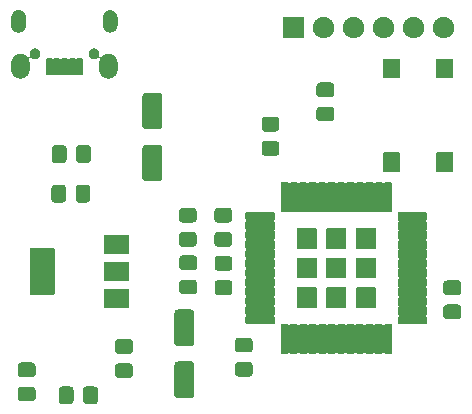
<source format=gbr>
G04 #@! TF.GenerationSoftware,KiCad,Pcbnew,(5.99.0-863-g2d7f4d60c)*
G04 #@! TF.CreationDate,2020-04-02T16:04:36+02:00*
G04 #@! TF.ProjectId,lab1,6c616231-2e6b-4696-9361-645f70636258,rev?*
G04 #@! TF.SameCoordinates,Original*
G04 #@! TF.FileFunction,Soldermask,Top*
G04 #@! TF.FilePolarity,Negative*
%FSLAX46Y46*%
G04 Gerber Fmt 4.6, Leading zero omitted, Abs format (unit mm)*
G04 Created by KiCad (PCBNEW (5.99.0-863-g2d7f4d60c)) date 2020-04-02 16:04:36*
%MOMM*%
%LPD*%
G01*
G04 APERTURE LIST*
G04 APERTURE END LIST*
G36*
X47926756Y-62701764D02*
G01*
X47938227Y-62707288D01*
X47946287Y-62708795D01*
X47963547Y-62719482D01*
X48008638Y-62741197D01*
X48028738Y-62759847D01*
X48041964Y-62768036D01*
X48052265Y-62781676D01*
X48075264Y-62803016D01*
X48097614Y-62841727D01*
X48109781Y-62857839D01*
X48111751Y-62866213D01*
X48119506Y-62879646D01*
X48138419Y-62979601D01*
X48141883Y-62994330D01*
X48141883Y-62997909D01*
X48143194Y-63004838D01*
X48143194Y-63877517D01*
X48128236Y-63976756D01*
X48122712Y-63988227D01*
X48121205Y-63996287D01*
X48110518Y-64013547D01*
X48088803Y-64058638D01*
X48070153Y-64078738D01*
X48061964Y-64091964D01*
X48048324Y-64102265D01*
X48026984Y-64125264D01*
X47988273Y-64147614D01*
X47972161Y-64159781D01*
X47963787Y-64161751D01*
X47950354Y-64169506D01*
X47850399Y-64188419D01*
X47835670Y-64191883D01*
X47832091Y-64191883D01*
X47825162Y-64193194D01*
X47202483Y-64193194D01*
X47103244Y-64178236D01*
X47091773Y-64172712D01*
X47083713Y-64171205D01*
X47066453Y-64160518D01*
X47021362Y-64138803D01*
X47001262Y-64120153D01*
X46988036Y-64111964D01*
X46977735Y-64098324D01*
X46954736Y-64076984D01*
X46932386Y-64038273D01*
X46920219Y-64022161D01*
X46918249Y-64013787D01*
X46910494Y-64000354D01*
X46891581Y-63900399D01*
X46888117Y-63885670D01*
X46888117Y-63882091D01*
X46886806Y-63875162D01*
X46886806Y-63002483D01*
X46901764Y-62903244D01*
X46907288Y-62891773D01*
X46908795Y-62883713D01*
X46919482Y-62866453D01*
X46941197Y-62821362D01*
X46959847Y-62801262D01*
X46968036Y-62788036D01*
X46981676Y-62777735D01*
X47003016Y-62754736D01*
X47041727Y-62732386D01*
X47057839Y-62720219D01*
X47066213Y-62718249D01*
X47079646Y-62710494D01*
X47179601Y-62691581D01*
X47194330Y-62688117D01*
X47197909Y-62688117D01*
X47204838Y-62686806D01*
X47827517Y-62686806D01*
X47926756Y-62701764D01*
G37*
G36*
X45876756Y-62701764D02*
G01*
X45888227Y-62707288D01*
X45896287Y-62708795D01*
X45913547Y-62719482D01*
X45958638Y-62741197D01*
X45978738Y-62759847D01*
X45991964Y-62768036D01*
X46002265Y-62781676D01*
X46025264Y-62803016D01*
X46047614Y-62841727D01*
X46059781Y-62857839D01*
X46061751Y-62866213D01*
X46069506Y-62879646D01*
X46088419Y-62979601D01*
X46091883Y-62994330D01*
X46091883Y-62997909D01*
X46093194Y-63004838D01*
X46093194Y-63877517D01*
X46078236Y-63976756D01*
X46072712Y-63988227D01*
X46071205Y-63996287D01*
X46060518Y-64013547D01*
X46038803Y-64058638D01*
X46020153Y-64078738D01*
X46011964Y-64091964D01*
X45998324Y-64102265D01*
X45976984Y-64125264D01*
X45938273Y-64147614D01*
X45922161Y-64159781D01*
X45913787Y-64161751D01*
X45900354Y-64169506D01*
X45800399Y-64188419D01*
X45785670Y-64191883D01*
X45782091Y-64191883D01*
X45775162Y-64193194D01*
X45152483Y-64193194D01*
X45053244Y-64178236D01*
X45041773Y-64172712D01*
X45033713Y-64171205D01*
X45016453Y-64160518D01*
X44971362Y-64138803D01*
X44951262Y-64120153D01*
X44938036Y-64111964D01*
X44927735Y-64098324D01*
X44904736Y-64076984D01*
X44882386Y-64038273D01*
X44870219Y-64022161D01*
X44868249Y-64013787D01*
X44860494Y-64000354D01*
X44841581Y-63900399D01*
X44838117Y-63885670D01*
X44838117Y-63882091D01*
X44836806Y-63875162D01*
X44836806Y-63002483D01*
X44851764Y-62903244D01*
X44857288Y-62891773D01*
X44858795Y-62883713D01*
X44869482Y-62866453D01*
X44891197Y-62821362D01*
X44909847Y-62801262D01*
X44918036Y-62788036D01*
X44931676Y-62777735D01*
X44953016Y-62754736D01*
X44991727Y-62732386D01*
X45007839Y-62720219D01*
X45016213Y-62718249D01*
X45029646Y-62710494D01*
X45129601Y-62691581D01*
X45144330Y-62688117D01*
X45147909Y-62688117D01*
X45154838Y-62686806D01*
X45777517Y-62686806D01*
X45876756Y-62701764D01*
G37*
G36*
X42646756Y-62726764D02*
G01*
X42658227Y-62732288D01*
X42666287Y-62733795D01*
X42683547Y-62744482D01*
X42728638Y-62766197D01*
X42748738Y-62784847D01*
X42761964Y-62793036D01*
X42772265Y-62806676D01*
X42795264Y-62828016D01*
X42817614Y-62866727D01*
X42829781Y-62882839D01*
X42831751Y-62891213D01*
X42839506Y-62904646D01*
X42858419Y-63004601D01*
X42861883Y-63019330D01*
X42861883Y-63022909D01*
X42863194Y-63029838D01*
X42863194Y-63652517D01*
X42848236Y-63751756D01*
X42842712Y-63763227D01*
X42841205Y-63771287D01*
X42830518Y-63788547D01*
X42808803Y-63833638D01*
X42790153Y-63853738D01*
X42781964Y-63866964D01*
X42768324Y-63877265D01*
X42746984Y-63900264D01*
X42708273Y-63922614D01*
X42692161Y-63934781D01*
X42683787Y-63936751D01*
X42670354Y-63944506D01*
X42570399Y-63963419D01*
X42555670Y-63966883D01*
X42552091Y-63966883D01*
X42545162Y-63968194D01*
X41672483Y-63968194D01*
X41573244Y-63953236D01*
X41561773Y-63947712D01*
X41553713Y-63946205D01*
X41536453Y-63935518D01*
X41491362Y-63913803D01*
X41471262Y-63895153D01*
X41458036Y-63886964D01*
X41447735Y-63873324D01*
X41424736Y-63851984D01*
X41402386Y-63813273D01*
X41390219Y-63797161D01*
X41388249Y-63788787D01*
X41380494Y-63775354D01*
X41361581Y-63675399D01*
X41358117Y-63660670D01*
X41358117Y-63657091D01*
X41356806Y-63650162D01*
X41356806Y-63027483D01*
X41371764Y-62928244D01*
X41377288Y-62916773D01*
X41378795Y-62908713D01*
X41389482Y-62891453D01*
X41411197Y-62846362D01*
X41429847Y-62826262D01*
X41438036Y-62813036D01*
X41451676Y-62802735D01*
X41473016Y-62779736D01*
X41511727Y-62757386D01*
X41527839Y-62745219D01*
X41536213Y-62743249D01*
X41549646Y-62735494D01*
X41649601Y-62716581D01*
X41664330Y-62713117D01*
X41667909Y-62713117D01*
X41674838Y-62711806D01*
X42547517Y-62711806D01*
X42646756Y-62726764D01*
G37*
G36*
X56106756Y-60581764D02*
G01*
X56118228Y-60587289D01*
X56126286Y-60588795D01*
X56143543Y-60599480D01*
X56188638Y-60621197D01*
X56208738Y-60639847D01*
X56221964Y-60648036D01*
X56232264Y-60661676D01*
X56255265Y-60683017D01*
X56277617Y-60721732D01*
X56289781Y-60737840D01*
X56291750Y-60746212D01*
X56299506Y-60759646D01*
X56318419Y-60859603D01*
X56321883Y-60874331D01*
X56321883Y-60877910D01*
X56323194Y-60884839D01*
X56323194Y-63357516D01*
X56308236Y-63456756D01*
X56302711Y-63468228D01*
X56301205Y-63476286D01*
X56290520Y-63493543D01*
X56268803Y-63538638D01*
X56250153Y-63558738D01*
X56241964Y-63571964D01*
X56228324Y-63582264D01*
X56206983Y-63605265D01*
X56168268Y-63627617D01*
X56152160Y-63639781D01*
X56143788Y-63641750D01*
X56130354Y-63649506D01*
X56030397Y-63668419D01*
X56015669Y-63671883D01*
X56012090Y-63671883D01*
X56005161Y-63673194D01*
X54932484Y-63673194D01*
X54833244Y-63658236D01*
X54821772Y-63652711D01*
X54813714Y-63651205D01*
X54796457Y-63640520D01*
X54751362Y-63618803D01*
X54731262Y-63600153D01*
X54718036Y-63591964D01*
X54707736Y-63578324D01*
X54684735Y-63556983D01*
X54662383Y-63518268D01*
X54650219Y-63502160D01*
X54648250Y-63493788D01*
X54640494Y-63480354D01*
X54621581Y-63380397D01*
X54618117Y-63365669D01*
X54618117Y-63362090D01*
X54616806Y-63355161D01*
X54616806Y-60882484D01*
X54631764Y-60783244D01*
X54637289Y-60771772D01*
X54638795Y-60763714D01*
X54649480Y-60746457D01*
X54671197Y-60701362D01*
X54689847Y-60681262D01*
X54698036Y-60668036D01*
X54711676Y-60657736D01*
X54733017Y-60634735D01*
X54771732Y-60612383D01*
X54787840Y-60600219D01*
X54796212Y-60598250D01*
X54809646Y-60590494D01*
X54909603Y-60571581D01*
X54924331Y-60568117D01*
X54927910Y-60568117D01*
X54934839Y-60566806D01*
X56007516Y-60566806D01*
X56106756Y-60581764D01*
G37*
G36*
X50886756Y-60746764D02*
G01*
X50898227Y-60752288D01*
X50906287Y-60753795D01*
X50923547Y-60764482D01*
X50968638Y-60786197D01*
X50988738Y-60804847D01*
X51001964Y-60813036D01*
X51012265Y-60826676D01*
X51035264Y-60848016D01*
X51057614Y-60886727D01*
X51069781Y-60902839D01*
X51071751Y-60911213D01*
X51079506Y-60924646D01*
X51098419Y-61024601D01*
X51101883Y-61039330D01*
X51101883Y-61042909D01*
X51103194Y-61049838D01*
X51103194Y-61672517D01*
X51088236Y-61771756D01*
X51082712Y-61783227D01*
X51081205Y-61791287D01*
X51070518Y-61808547D01*
X51048803Y-61853638D01*
X51030153Y-61873738D01*
X51021964Y-61886964D01*
X51008324Y-61897265D01*
X50986984Y-61920264D01*
X50948273Y-61942614D01*
X50932161Y-61954781D01*
X50923787Y-61956751D01*
X50910354Y-61964506D01*
X50810399Y-61983419D01*
X50795670Y-61986883D01*
X50792091Y-61986883D01*
X50785162Y-61988194D01*
X49912483Y-61988194D01*
X49813244Y-61973236D01*
X49801773Y-61967712D01*
X49793713Y-61966205D01*
X49776453Y-61955518D01*
X49731362Y-61933803D01*
X49711262Y-61915153D01*
X49698036Y-61906964D01*
X49687735Y-61893324D01*
X49664736Y-61871984D01*
X49642386Y-61833273D01*
X49630219Y-61817161D01*
X49628249Y-61808787D01*
X49620494Y-61795354D01*
X49601581Y-61695399D01*
X49598117Y-61680670D01*
X49598117Y-61677091D01*
X49596806Y-61670162D01*
X49596806Y-61047483D01*
X49611764Y-60948244D01*
X49617288Y-60936773D01*
X49618795Y-60928713D01*
X49629482Y-60911453D01*
X49651197Y-60866362D01*
X49669847Y-60846262D01*
X49678036Y-60833036D01*
X49691676Y-60822735D01*
X49713016Y-60799736D01*
X49751727Y-60777386D01*
X49767839Y-60765219D01*
X49776213Y-60763249D01*
X49789646Y-60755494D01*
X49889601Y-60736581D01*
X49904330Y-60733117D01*
X49907909Y-60733117D01*
X49914838Y-60731806D01*
X50787517Y-60731806D01*
X50886756Y-60746764D01*
G37*
G36*
X42646756Y-60676764D02*
G01*
X42658227Y-60682288D01*
X42666287Y-60683795D01*
X42683547Y-60694482D01*
X42728638Y-60716197D01*
X42748738Y-60734847D01*
X42761964Y-60743036D01*
X42772265Y-60756676D01*
X42795264Y-60778016D01*
X42817614Y-60816727D01*
X42829781Y-60832839D01*
X42831751Y-60841213D01*
X42839506Y-60854646D01*
X42858419Y-60954601D01*
X42861883Y-60969330D01*
X42861883Y-60972909D01*
X42863194Y-60979838D01*
X42863194Y-61602517D01*
X42848236Y-61701756D01*
X42842712Y-61713227D01*
X42841205Y-61721287D01*
X42830518Y-61738547D01*
X42808803Y-61783638D01*
X42790153Y-61803738D01*
X42781964Y-61816964D01*
X42768324Y-61827265D01*
X42746984Y-61850264D01*
X42708273Y-61872614D01*
X42692161Y-61884781D01*
X42683787Y-61886751D01*
X42670354Y-61894506D01*
X42570399Y-61913419D01*
X42555670Y-61916883D01*
X42552091Y-61916883D01*
X42545162Y-61918194D01*
X41672483Y-61918194D01*
X41573244Y-61903236D01*
X41561773Y-61897712D01*
X41553713Y-61896205D01*
X41536453Y-61885518D01*
X41491362Y-61863803D01*
X41471262Y-61845153D01*
X41458036Y-61836964D01*
X41447735Y-61823324D01*
X41424736Y-61801984D01*
X41402386Y-61763273D01*
X41390219Y-61747161D01*
X41388249Y-61738787D01*
X41380494Y-61725354D01*
X41361581Y-61625399D01*
X41358117Y-61610670D01*
X41358117Y-61607091D01*
X41356806Y-61600162D01*
X41356806Y-60977483D01*
X41371764Y-60878244D01*
X41377288Y-60866773D01*
X41378795Y-60858713D01*
X41389482Y-60841453D01*
X41411197Y-60796362D01*
X41429847Y-60776262D01*
X41438036Y-60763036D01*
X41451676Y-60752735D01*
X41473016Y-60729736D01*
X41511727Y-60707386D01*
X41527839Y-60695219D01*
X41536213Y-60693249D01*
X41549646Y-60685494D01*
X41649601Y-60666581D01*
X41664330Y-60663117D01*
X41667909Y-60663117D01*
X41674838Y-60661806D01*
X42547517Y-60661806D01*
X42646756Y-60676764D01*
G37*
G36*
X61036756Y-60621764D02*
G01*
X61048227Y-60627288D01*
X61056287Y-60628795D01*
X61073547Y-60639482D01*
X61118638Y-60661197D01*
X61138738Y-60679847D01*
X61151964Y-60688036D01*
X61162265Y-60701676D01*
X61185264Y-60723016D01*
X61207614Y-60761727D01*
X61219781Y-60777839D01*
X61221751Y-60786213D01*
X61229506Y-60799646D01*
X61248419Y-60899601D01*
X61251883Y-60914330D01*
X61251883Y-60917909D01*
X61253194Y-60924838D01*
X61253194Y-61547517D01*
X61238236Y-61646756D01*
X61232712Y-61658227D01*
X61231205Y-61666287D01*
X61220518Y-61683547D01*
X61198803Y-61728638D01*
X61180153Y-61748738D01*
X61171964Y-61761964D01*
X61158324Y-61772265D01*
X61136984Y-61795264D01*
X61098273Y-61817614D01*
X61082161Y-61829781D01*
X61073787Y-61831751D01*
X61060354Y-61839506D01*
X60960399Y-61858419D01*
X60945670Y-61861883D01*
X60942091Y-61861883D01*
X60935162Y-61863194D01*
X60062483Y-61863194D01*
X59963244Y-61848236D01*
X59951773Y-61842712D01*
X59943713Y-61841205D01*
X59926453Y-61830518D01*
X59881362Y-61808803D01*
X59861262Y-61790153D01*
X59848036Y-61781964D01*
X59837735Y-61768324D01*
X59814736Y-61746984D01*
X59792386Y-61708273D01*
X59780219Y-61692161D01*
X59778249Y-61683787D01*
X59770494Y-61670354D01*
X59751581Y-61570399D01*
X59748117Y-61555670D01*
X59748117Y-61552091D01*
X59746806Y-61545162D01*
X59746806Y-60922483D01*
X59761764Y-60823244D01*
X59767288Y-60811773D01*
X59768795Y-60803713D01*
X59779482Y-60786453D01*
X59801197Y-60741362D01*
X59819847Y-60721262D01*
X59828036Y-60708036D01*
X59841676Y-60697735D01*
X59863016Y-60674736D01*
X59901727Y-60652386D01*
X59917839Y-60640219D01*
X59926213Y-60638249D01*
X59939646Y-60630494D01*
X60039601Y-60611581D01*
X60054330Y-60608117D01*
X60057909Y-60608117D01*
X60064838Y-60606806D01*
X60937517Y-60606806D01*
X61036756Y-60621764D01*
G37*
G36*
X50886756Y-58696764D02*
G01*
X50898227Y-58702288D01*
X50906287Y-58703795D01*
X50923547Y-58714482D01*
X50968638Y-58736197D01*
X50988738Y-58754847D01*
X51001964Y-58763036D01*
X51012265Y-58776676D01*
X51035264Y-58798016D01*
X51057614Y-58836727D01*
X51069781Y-58852839D01*
X51071751Y-58861213D01*
X51079506Y-58874646D01*
X51098419Y-58974601D01*
X51101883Y-58989330D01*
X51101883Y-58992909D01*
X51103194Y-58999838D01*
X51103194Y-59622517D01*
X51088236Y-59721756D01*
X51082712Y-59733227D01*
X51081205Y-59741287D01*
X51070518Y-59758547D01*
X51048803Y-59803638D01*
X51030153Y-59823738D01*
X51021964Y-59836964D01*
X51008324Y-59847265D01*
X50986984Y-59870264D01*
X50948273Y-59892614D01*
X50932161Y-59904781D01*
X50923787Y-59906751D01*
X50910354Y-59914506D01*
X50810399Y-59933419D01*
X50795670Y-59936883D01*
X50792091Y-59936883D01*
X50785162Y-59938194D01*
X49912483Y-59938194D01*
X49813244Y-59923236D01*
X49801773Y-59917712D01*
X49793713Y-59916205D01*
X49776453Y-59905518D01*
X49731362Y-59883803D01*
X49711262Y-59865153D01*
X49698036Y-59856964D01*
X49687735Y-59843324D01*
X49664736Y-59821984D01*
X49642386Y-59783273D01*
X49630219Y-59767161D01*
X49628249Y-59758787D01*
X49620494Y-59745354D01*
X49601581Y-59645399D01*
X49598117Y-59630670D01*
X49598117Y-59627091D01*
X49596806Y-59620162D01*
X49596806Y-58997483D01*
X49611764Y-58898244D01*
X49617288Y-58886773D01*
X49618795Y-58878713D01*
X49629482Y-58861453D01*
X49651197Y-58816362D01*
X49669847Y-58796262D01*
X49678036Y-58783036D01*
X49691676Y-58772735D01*
X49713016Y-58749736D01*
X49751727Y-58727386D01*
X49767839Y-58715219D01*
X49776213Y-58713249D01*
X49789646Y-58705494D01*
X49889601Y-58686581D01*
X49904330Y-58683117D01*
X49907909Y-58683117D01*
X49914838Y-58681806D01*
X50787517Y-58681806D01*
X50886756Y-58696764D01*
G37*
G36*
X64199899Y-57421959D02*
G01*
X64216769Y-57433231D01*
X64226067Y-57447147D01*
X64280111Y-57492314D01*
X64349994Y-57501092D01*
X64433933Y-57447147D01*
X64443231Y-57433231D01*
X64460101Y-57421959D01*
X64492312Y-57415552D01*
X64967688Y-57415552D01*
X64999899Y-57421959D01*
X65016769Y-57433231D01*
X65026067Y-57447147D01*
X65080111Y-57492314D01*
X65149994Y-57501092D01*
X65233933Y-57447147D01*
X65243231Y-57433231D01*
X65260101Y-57421959D01*
X65292312Y-57415552D01*
X65767688Y-57415552D01*
X65799899Y-57421959D01*
X65816769Y-57433231D01*
X65826067Y-57447147D01*
X65880111Y-57492314D01*
X65949994Y-57501092D01*
X66033933Y-57447147D01*
X66043231Y-57433231D01*
X66060101Y-57421959D01*
X66092312Y-57415552D01*
X66567688Y-57415552D01*
X66599899Y-57421959D01*
X66616769Y-57433231D01*
X66626067Y-57447147D01*
X66680111Y-57492314D01*
X66749994Y-57501092D01*
X66833933Y-57447147D01*
X66843231Y-57433231D01*
X66860101Y-57421959D01*
X66892312Y-57415552D01*
X67367688Y-57415552D01*
X67399899Y-57421959D01*
X67416769Y-57433231D01*
X67426067Y-57447147D01*
X67480111Y-57492314D01*
X67549994Y-57501092D01*
X67633933Y-57447147D01*
X67643231Y-57433231D01*
X67660101Y-57421959D01*
X67692312Y-57415552D01*
X68167688Y-57415552D01*
X68199899Y-57421959D01*
X68216769Y-57433231D01*
X68226067Y-57447147D01*
X68280111Y-57492314D01*
X68349994Y-57501092D01*
X68433933Y-57447147D01*
X68443231Y-57433231D01*
X68460101Y-57421959D01*
X68492312Y-57415552D01*
X68967688Y-57415552D01*
X68999899Y-57421959D01*
X69016769Y-57433231D01*
X69026067Y-57447147D01*
X69080111Y-57492314D01*
X69149994Y-57501092D01*
X69233933Y-57447147D01*
X69243231Y-57433231D01*
X69260101Y-57421959D01*
X69292312Y-57415552D01*
X69767688Y-57415552D01*
X69799899Y-57421959D01*
X69816769Y-57433231D01*
X69826067Y-57447147D01*
X69880111Y-57492314D01*
X69949994Y-57501092D01*
X70033933Y-57447147D01*
X70043231Y-57433231D01*
X70060101Y-57421959D01*
X70092312Y-57415552D01*
X70567688Y-57415552D01*
X70599899Y-57421959D01*
X70616769Y-57433231D01*
X70626067Y-57447147D01*
X70680111Y-57492314D01*
X70749994Y-57501092D01*
X70833933Y-57447147D01*
X70843231Y-57433231D01*
X70860101Y-57421959D01*
X70892312Y-57415552D01*
X71367688Y-57415552D01*
X71399899Y-57421959D01*
X71416769Y-57433231D01*
X71426067Y-57447147D01*
X71480111Y-57492314D01*
X71549994Y-57501092D01*
X71633933Y-57447147D01*
X71643231Y-57433231D01*
X71660101Y-57421959D01*
X71692312Y-57415552D01*
X72167688Y-57415552D01*
X72199899Y-57421959D01*
X72216769Y-57433231D01*
X72226067Y-57447147D01*
X72280111Y-57492314D01*
X72349994Y-57501092D01*
X72433933Y-57447147D01*
X72443231Y-57433231D01*
X72460101Y-57421959D01*
X72492312Y-57415552D01*
X72967688Y-57415552D01*
X72999899Y-57421959D01*
X73016769Y-57433231D01*
X73028041Y-57450101D01*
X73034448Y-57482312D01*
X73034448Y-58264973D01*
X73035448Y-58275126D01*
X73035448Y-59857688D01*
X73031428Y-59877899D01*
X73029041Y-59889899D01*
X73017769Y-59906769D01*
X73000899Y-59918041D01*
X72981000Y-59921999D01*
X72968688Y-59924448D01*
X72493312Y-59924448D01*
X72461101Y-59918041D01*
X72444231Y-59906769D01*
X72430424Y-59886105D01*
X72376380Y-59840938D01*
X72306497Y-59832160D01*
X72222559Y-59886103D01*
X72218217Y-59892602D01*
X72216768Y-59894770D01*
X72210781Y-59898770D01*
X72199899Y-59906041D01*
X72180000Y-59909999D01*
X72167688Y-59912448D01*
X71692312Y-59912448D01*
X71660101Y-59906041D01*
X71643231Y-59894769D01*
X71637442Y-59886105D01*
X71634936Y-59882355D01*
X71580895Y-59837191D01*
X71511011Y-59828412D01*
X71427073Y-59882355D01*
X71414769Y-59900769D01*
X71397899Y-59912041D01*
X71382817Y-59915041D01*
X71378000Y-59915999D01*
X71365688Y-59918448D01*
X70890312Y-59918448D01*
X70858101Y-59912041D01*
X70855045Y-59909999D01*
X70841231Y-59900769D01*
X70839895Y-59898770D01*
X70834268Y-59890349D01*
X70780224Y-59845183D01*
X70710340Y-59836406D01*
X70626404Y-59890350D01*
X70616769Y-59904769D01*
X70599899Y-59916041D01*
X70580000Y-59919999D01*
X70567688Y-59922448D01*
X70092312Y-59922448D01*
X70060101Y-59916041D01*
X70043231Y-59904769D01*
X70031597Y-59887357D01*
X69977553Y-59842190D01*
X69907670Y-59833412D01*
X69823732Y-59887355D01*
X69814769Y-59900769D01*
X69797899Y-59912041D01*
X69782817Y-59915041D01*
X69778000Y-59915999D01*
X69765688Y-59918448D01*
X69290312Y-59918448D01*
X69258101Y-59912041D01*
X69255045Y-59909999D01*
X69241231Y-59900769D01*
X69233934Y-59889848D01*
X69179890Y-59844683D01*
X69110007Y-59835906D01*
X69026069Y-59889850D01*
X69018773Y-59900770D01*
X69016769Y-59903769D01*
X68999899Y-59915041D01*
X68984817Y-59918041D01*
X68980000Y-59918999D01*
X68967688Y-59921448D01*
X68492312Y-59921448D01*
X68460101Y-59915041D01*
X68443231Y-59903769D01*
X68441227Y-59900770D01*
X68432430Y-59887604D01*
X68378387Y-59842439D01*
X68308504Y-59833660D01*
X68224566Y-59887604D01*
X68215769Y-59900769D01*
X68201955Y-59909999D01*
X68198899Y-59912041D01*
X68183817Y-59915041D01*
X68179000Y-59915999D01*
X68166688Y-59918448D01*
X67691312Y-59918448D01*
X67659101Y-59912041D01*
X67656045Y-59909999D01*
X67642231Y-59900769D01*
X67633431Y-59887598D01*
X67579390Y-59842435D01*
X67509506Y-59833656D01*
X67425569Y-59887599D01*
X67416769Y-59900769D01*
X67402955Y-59909999D01*
X67399899Y-59912041D01*
X67384817Y-59915041D01*
X67380000Y-59915999D01*
X67367688Y-59918448D01*
X66892312Y-59918448D01*
X66860101Y-59912041D01*
X66843232Y-59900770D01*
X66843231Y-59900769D01*
X66835937Y-59889852D01*
X66781896Y-59844687D01*
X66712012Y-59835908D01*
X66628072Y-59889852D01*
X66628041Y-59889898D01*
X66628041Y-59889899D01*
X66616769Y-59906769D01*
X66599899Y-59918041D01*
X66580000Y-59921999D01*
X66567688Y-59924448D01*
X66092312Y-59924448D01*
X66060101Y-59918041D01*
X66055611Y-59915041D01*
X66043231Y-59906769D01*
X66043230Y-59906768D01*
X66030259Y-59887356D01*
X65976215Y-59842190D01*
X65906331Y-59833413D01*
X65822394Y-59887357D01*
X65814769Y-59898769D01*
X65797899Y-59910041D01*
X65778000Y-59913999D01*
X65765688Y-59916448D01*
X65290312Y-59916448D01*
X65258101Y-59910041D01*
X65241232Y-59898770D01*
X65241231Y-59898769D01*
X65235105Y-59889600D01*
X65181064Y-59844435D01*
X65111180Y-59835656D01*
X65027240Y-59889601D01*
X65027041Y-59889899D01*
X65015769Y-59906769D01*
X64998899Y-59918041D01*
X64979000Y-59921999D01*
X64966688Y-59924448D01*
X64491312Y-59924448D01*
X64459101Y-59918041D01*
X64442232Y-59906770D01*
X64442231Y-59906769D01*
X64432764Y-59892600D01*
X64378722Y-59847435D01*
X64308839Y-59838656D01*
X64224899Y-59892601D01*
X64216769Y-59904769D01*
X64199899Y-59916041D01*
X64180000Y-59919999D01*
X64167688Y-59922448D01*
X63692312Y-59922448D01*
X63660101Y-59916041D01*
X63643231Y-59904769D01*
X63631959Y-59887899D01*
X63625552Y-59855688D01*
X63625552Y-57482312D01*
X63631959Y-57450101D01*
X63643231Y-57433231D01*
X63660101Y-57421959D01*
X63692312Y-57415552D01*
X64167688Y-57415552D01*
X64199899Y-57421959D01*
G37*
G36*
X61036756Y-58571764D02*
G01*
X61048227Y-58577288D01*
X61056287Y-58578795D01*
X61073547Y-58589482D01*
X61118638Y-58611197D01*
X61138738Y-58629847D01*
X61151964Y-58638036D01*
X61162265Y-58651676D01*
X61185264Y-58673016D01*
X61207614Y-58711727D01*
X61219781Y-58727839D01*
X61221751Y-58736213D01*
X61229506Y-58749646D01*
X61248419Y-58849601D01*
X61251883Y-58864330D01*
X61251883Y-58867909D01*
X61253194Y-58874838D01*
X61253194Y-59497517D01*
X61238236Y-59596756D01*
X61232712Y-59608227D01*
X61231205Y-59616287D01*
X61220518Y-59633547D01*
X61198803Y-59678638D01*
X61180153Y-59698738D01*
X61171964Y-59711964D01*
X61158324Y-59722265D01*
X61136984Y-59745264D01*
X61098273Y-59767614D01*
X61082161Y-59779781D01*
X61073787Y-59781751D01*
X61060354Y-59789506D01*
X60960399Y-59808419D01*
X60945670Y-59811883D01*
X60942091Y-59811883D01*
X60935162Y-59813194D01*
X60062483Y-59813194D01*
X59963244Y-59798236D01*
X59951773Y-59792712D01*
X59943713Y-59791205D01*
X59926453Y-59780518D01*
X59881362Y-59758803D01*
X59861262Y-59740153D01*
X59848036Y-59731964D01*
X59837735Y-59718324D01*
X59814736Y-59696984D01*
X59792386Y-59658273D01*
X59780219Y-59642161D01*
X59778249Y-59633787D01*
X59770494Y-59620354D01*
X59751581Y-59520399D01*
X59748117Y-59505670D01*
X59748117Y-59502091D01*
X59746806Y-59495162D01*
X59746806Y-58872483D01*
X59761764Y-58773244D01*
X59767288Y-58761773D01*
X59768795Y-58753713D01*
X59779482Y-58736453D01*
X59801197Y-58691362D01*
X59819847Y-58671262D01*
X59828036Y-58658036D01*
X59841676Y-58647735D01*
X59863016Y-58624736D01*
X59901727Y-58602386D01*
X59917839Y-58590219D01*
X59926213Y-58588249D01*
X59939646Y-58580494D01*
X60039601Y-58561581D01*
X60054330Y-58558117D01*
X60057909Y-58558117D01*
X60064838Y-58556806D01*
X60937517Y-58556806D01*
X61036756Y-58571764D01*
G37*
G36*
X56106756Y-56181764D02*
G01*
X56118228Y-56187289D01*
X56126286Y-56188795D01*
X56143543Y-56199480D01*
X56188638Y-56221197D01*
X56208738Y-56239847D01*
X56221964Y-56248036D01*
X56232264Y-56261676D01*
X56255265Y-56283017D01*
X56277617Y-56321732D01*
X56289781Y-56337840D01*
X56291750Y-56346212D01*
X56299506Y-56359646D01*
X56318419Y-56459603D01*
X56321883Y-56474331D01*
X56321883Y-56477910D01*
X56323194Y-56484839D01*
X56323194Y-58957516D01*
X56308236Y-59056756D01*
X56302711Y-59068228D01*
X56301205Y-59076286D01*
X56290520Y-59093543D01*
X56268803Y-59138638D01*
X56250153Y-59158738D01*
X56241964Y-59171964D01*
X56228324Y-59182264D01*
X56206983Y-59205265D01*
X56168268Y-59227617D01*
X56152160Y-59239781D01*
X56143788Y-59241750D01*
X56130354Y-59249506D01*
X56030397Y-59268419D01*
X56015669Y-59271883D01*
X56012090Y-59271883D01*
X56005161Y-59273194D01*
X54932484Y-59273194D01*
X54833244Y-59258236D01*
X54821772Y-59252711D01*
X54813714Y-59251205D01*
X54796457Y-59240520D01*
X54751362Y-59218803D01*
X54731262Y-59200153D01*
X54718036Y-59191964D01*
X54707736Y-59178324D01*
X54684735Y-59156983D01*
X54662383Y-59118268D01*
X54650219Y-59102160D01*
X54648250Y-59093788D01*
X54640494Y-59080354D01*
X54621581Y-58980397D01*
X54618117Y-58965669D01*
X54618117Y-58962090D01*
X54616806Y-58955161D01*
X54616806Y-56482484D01*
X54631764Y-56383244D01*
X54637289Y-56371772D01*
X54638795Y-56363714D01*
X54649480Y-56346457D01*
X54671197Y-56301362D01*
X54689847Y-56281262D01*
X54698036Y-56268036D01*
X54711676Y-56257736D01*
X54733017Y-56234735D01*
X54771732Y-56212383D01*
X54787840Y-56200219D01*
X54796212Y-56198250D01*
X54809646Y-56190494D01*
X54909603Y-56171581D01*
X54924331Y-56168117D01*
X54927910Y-56168117D01*
X54934839Y-56166806D01*
X56007516Y-56166806D01*
X56106756Y-56181764D01*
G37*
G36*
X75997899Y-47971959D02*
G01*
X76014769Y-47983231D01*
X76026041Y-48000101D01*
X76032448Y-48032312D01*
X76032448Y-48507688D01*
X76026041Y-48539899D01*
X76014769Y-48556769D01*
X76001353Y-48565733D01*
X75956186Y-48619777D01*
X75947408Y-48689660D01*
X76001353Y-48773599D01*
X76015769Y-48783231D01*
X76027041Y-48800101D01*
X76033448Y-48832312D01*
X76033448Y-49307688D01*
X76027041Y-49339899D01*
X76015769Y-49356769D01*
X76001853Y-49366067D01*
X75956686Y-49420111D01*
X75947908Y-49489994D01*
X76001853Y-49573933D01*
X76015769Y-49583231D01*
X76027041Y-49600101D01*
X76033448Y-49632312D01*
X76033448Y-50107688D01*
X76030999Y-50120000D01*
X76027041Y-50139899D01*
X76015769Y-50156769D01*
X76002100Y-50165902D01*
X75956935Y-50219944D01*
X75948156Y-50289827D01*
X76002101Y-50373766D01*
X76014769Y-50382231D01*
X76026041Y-50399101D01*
X76032448Y-50431312D01*
X76032448Y-50906688D01*
X76029999Y-50919000D01*
X76026041Y-50938899D01*
X76014769Y-50955769D01*
X75997899Y-50967041D01*
X75997898Y-50967041D01*
X75997352Y-50967406D01*
X75952186Y-51021450D01*
X75943409Y-51091334D01*
X75997353Y-51175271D01*
X76007769Y-51182231D01*
X76007770Y-51182232D01*
X76019041Y-51199101D01*
X76025448Y-51231312D01*
X76025448Y-51706688D01*
X76022999Y-51719000D01*
X76019041Y-51738899D01*
X76007769Y-51755769D01*
X75998350Y-51762062D01*
X75953187Y-51816103D01*
X75944408Y-51885986D01*
X75998352Y-51969926D01*
X75999898Y-51970959D01*
X75999899Y-51970959D01*
X76016769Y-51982231D01*
X76016770Y-51982232D01*
X76028041Y-51999101D01*
X76034448Y-52031312D01*
X76034448Y-52506688D01*
X76031999Y-52519000D01*
X76028041Y-52538899D01*
X76016769Y-52555769D01*
X76003603Y-52564566D01*
X75958438Y-52618610D01*
X75949661Y-52688493D01*
X76003605Y-52772431D01*
X76017903Y-52781984D01*
X76019769Y-52783231D01*
X76031041Y-52800101D01*
X76037448Y-52832312D01*
X76037448Y-53307688D01*
X76031041Y-53339899D01*
X76019769Y-53356769D01*
X76005353Y-53366401D01*
X75960187Y-53420444D01*
X75951408Y-53490328D01*
X76005353Y-53574267D01*
X76018769Y-53583231D01*
X76030041Y-53600101D01*
X76036448Y-53632312D01*
X76036448Y-54107688D01*
X76030041Y-54139899D01*
X76018769Y-54156769D01*
X76004353Y-54166401D01*
X75959187Y-54220444D01*
X75950408Y-54290328D01*
X76004353Y-54374267D01*
X76017769Y-54383231D01*
X76029041Y-54400101D01*
X76035448Y-54432312D01*
X76035448Y-54907688D01*
X76032999Y-54920000D01*
X76029041Y-54939899D01*
X76017769Y-54956769D01*
X76000899Y-54968041D01*
X76000896Y-54968042D01*
X76000605Y-54968236D01*
X75955439Y-55022280D01*
X75946660Y-55092164D01*
X76000604Y-55176102D01*
X76012768Y-55184230D01*
X76024041Y-55201101D01*
X76030448Y-55233312D01*
X76030448Y-55708688D01*
X76024041Y-55740899D01*
X76012769Y-55757769D01*
X76001601Y-55765231D01*
X75956434Y-55819275D01*
X75947656Y-55889158D01*
X76001601Y-55973096D01*
X76015272Y-55982231D01*
X76016770Y-55983232D01*
X76028041Y-56000101D01*
X76034448Y-56032312D01*
X76034448Y-56507688D01*
X76031999Y-56520000D01*
X76028041Y-56539899D01*
X76016769Y-56556769D01*
X76003602Y-56565567D01*
X76002353Y-56566401D01*
X75957187Y-56620444D01*
X75948408Y-56690328D01*
X76002353Y-56774267D01*
X76015769Y-56783231D01*
X76027041Y-56800101D01*
X76033448Y-56832312D01*
X76033448Y-57307688D01*
X76030999Y-57320000D01*
X76027041Y-57339899D01*
X76015769Y-57356769D01*
X75998899Y-57368041D01*
X75979000Y-57371999D01*
X75966688Y-57374448D01*
X73592312Y-57374448D01*
X73560101Y-57368041D01*
X73543231Y-57356769D01*
X73531959Y-57339899D01*
X73525552Y-57307688D01*
X73525552Y-56832312D01*
X73531959Y-56800101D01*
X73543231Y-56783231D01*
X73557147Y-56773933D01*
X73602314Y-56719889D01*
X73611092Y-56650006D01*
X73557147Y-56566067D01*
X73556399Y-56565567D01*
X73543231Y-56556769D01*
X73531959Y-56539899D01*
X73528001Y-56520000D01*
X73525552Y-56507688D01*
X73525552Y-56032312D01*
X73531959Y-56000101D01*
X73543231Y-55983231D01*
X73557147Y-55973933D01*
X73602314Y-55919889D01*
X73611092Y-55850006D01*
X73557147Y-55766067D01*
X73555896Y-55765231D01*
X73543231Y-55756769D01*
X73531959Y-55739899D01*
X73528001Y-55720000D01*
X73525552Y-55707688D01*
X73525552Y-55232312D01*
X73531959Y-55200101D01*
X73543231Y-55183231D01*
X73557147Y-55173932D01*
X73602314Y-55119889D01*
X73611092Y-55050006D01*
X73557147Y-54966067D01*
X73543231Y-54956769D01*
X73531959Y-54939899D01*
X73525552Y-54907688D01*
X73525552Y-54432312D01*
X73531959Y-54400101D01*
X73543231Y-54383231D01*
X73557147Y-54373933D01*
X73602314Y-54319889D01*
X73611092Y-54250006D01*
X73557147Y-54166067D01*
X73543231Y-54156769D01*
X73531959Y-54139899D01*
X73525552Y-54107688D01*
X73525552Y-53632312D01*
X73531959Y-53600101D01*
X73543231Y-53583231D01*
X73557147Y-53573933D01*
X73602314Y-53519889D01*
X73611092Y-53450006D01*
X73557147Y-53366067D01*
X73543231Y-53356769D01*
X73531959Y-53339899D01*
X73525552Y-53307688D01*
X73525552Y-52832312D01*
X73531959Y-52800101D01*
X73543231Y-52783231D01*
X73545097Y-52781984D01*
X73557147Y-52773932D01*
X73602314Y-52719889D01*
X73611092Y-52650006D01*
X73557147Y-52566067D01*
X73543231Y-52556769D01*
X73531959Y-52539899D01*
X73525552Y-52507688D01*
X73525552Y-52032312D01*
X73531959Y-52000101D01*
X73543231Y-51983231D01*
X73557147Y-51973933D01*
X73602314Y-51919889D01*
X73611092Y-51850006D01*
X73557147Y-51766067D01*
X73543231Y-51756769D01*
X73531959Y-51739899D01*
X73525552Y-51707688D01*
X73525552Y-51232312D01*
X73531959Y-51200101D01*
X73543231Y-51183231D01*
X73557147Y-51173933D01*
X73602314Y-51119889D01*
X73611092Y-51050006D01*
X73557147Y-50966067D01*
X73543231Y-50956769D01*
X73531959Y-50939899D01*
X73525552Y-50907688D01*
X73525552Y-50432312D01*
X73531959Y-50400101D01*
X73543231Y-50383231D01*
X73557147Y-50373933D01*
X73602314Y-50319889D01*
X73611092Y-50250006D01*
X73557147Y-50166067D01*
X73543231Y-50156769D01*
X73531959Y-50139899D01*
X73525552Y-50107688D01*
X73525552Y-49632312D01*
X73531959Y-49600101D01*
X73543231Y-49583231D01*
X73557147Y-49573933D01*
X73602314Y-49519889D01*
X73611092Y-49450006D01*
X73557147Y-49366067D01*
X73543231Y-49356769D01*
X73531959Y-49339899D01*
X73525552Y-49307688D01*
X73525552Y-48832312D01*
X73531959Y-48800101D01*
X73543231Y-48783231D01*
X73557147Y-48773933D01*
X73602314Y-48719889D01*
X73611092Y-48650006D01*
X73557147Y-48566067D01*
X73543231Y-48556769D01*
X73531959Y-48539899D01*
X73525552Y-48507688D01*
X73525552Y-48032312D01*
X73531959Y-48000101D01*
X73543231Y-47983231D01*
X73560101Y-47971959D01*
X73592312Y-47965552D01*
X75965688Y-47965552D01*
X75997899Y-47971959D01*
G37*
G36*
X63099899Y-47971959D02*
G01*
X63116769Y-47983231D01*
X63128041Y-48000101D01*
X63134448Y-48032312D01*
X63134448Y-48507688D01*
X63128041Y-48539899D01*
X63116769Y-48556769D01*
X63102853Y-48566067D01*
X63057686Y-48620111D01*
X63048908Y-48689994D01*
X63102853Y-48773933D01*
X63116769Y-48783231D01*
X63128041Y-48800101D01*
X63134448Y-48832312D01*
X63134448Y-49307688D01*
X63128041Y-49339899D01*
X63116769Y-49356769D01*
X63102853Y-49366067D01*
X63057686Y-49420111D01*
X63048908Y-49489994D01*
X63102853Y-49573933D01*
X63116769Y-49583231D01*
X63128041Y-49600101D01*
X63134448Y-49632312D01*
X63134448Y-50107688D01*
X63128041Y-50139899D01*
X63116769Y-50156769D01*
X63102853Y-50166067D01*
X63057686Y-50220111D01*
X63048908Y-50289994D01*
X63102853Y-50373933D01*
X63116769Y-50383231D01*
X63128041Y-50400101D01*
X63134448Y-50432312D01*
X63134448Y-50907688D01*
X63128041Y-50939899D01*
X63116769Y-50956769D01*
X63102853Y-50966067D01*
X63057686Y-51020111D01*
X63048908Y-51089994D01*
X63102853Y-51173933D01*
X63116769Y-51183231D01*
X63128041Y-51200101D01*
X63134448Y-51232312D01*
X63134448Y-51707688D01*
X63128041Y-51739899D01*
X63116769Y-51756769D01*
X63102853Y-51766067D01*
X63057686Y-51820111D01*
X63048908Y-51889994D01*
X63102853Y-51973933D01*
X63116769Y-51983231D01*
X63128041Y-52000101D01*
X63134448Y-52032312D01*
X63134448Y-52507688D01*
X63128041Y-52539899D01*
X63116769Y-52556769D01*
X63102853Y-52566067D01*
X63057686Y-52620111D01*
X63048908Y-52689994D01*
X63102853Y-52773933D01*
X63114903Y-52781984D01*
X63116769Y-52783231D01*
X63128041Y-52800101D01*
X63134448Y-52832312D01*
X63134448Y-53307688D01*
X63128041Y-53339899D01*
X63116769Y-53356769D01*
X63102853Y-53366067D01*
X63057686Y-53420111D01*
X63048908Y-53489994D01*
X63102853Y-53573933D01*
X63116769Y-53583231D01*
X63128041Y-53600101D01*
X63134448Y-53632312D01*
X63134448Y-54107688D01*
X63128041Y-54139899D01*
X63116769Y-54156769D01*
X63102853Y-54166067D01*
X63057686Y-54220111D01*
X63048908Y-54289994D01*
X63102853Y-54373933D01*
X63116769Y-54383231D01*
X63128041Y-54400101D01*
X63134448Y-54432312D01*
X63134448Y-54907688D01*
X63128041Y-54939899D01*
X63116769Y-54956769D01*
X63102853Y-54966067D01*
X63057686Y-55020111D01*
X63048908Y-55089994D01*
X63102853Y-55173933D01*
X63116769Y-55183231D01*
X63128041Y-55200101D01*
X63134448Y-55232312D01*
X63134448Y-55707688D01*
X63131999Y-55720000D01*
X63128041Y-55739899D01*
X63116769Y-55756769D01*
X63104105Y-55765231D01*
X63102853Y-55766067D01*
X63057686Y-55820111D01*
X63048908Y-55889994D01*
X63102853Y-55973933D01*
X63116769Y-55983231D01*
X63128041Y-56000101D01*
X63134448Y-56032312D01*
X63134448Y-56507688D01*
X63131999Y-56520000D01*
X63128041Y-56539899D01*
X63116769Y-56556769D01*
X63103602Y-56565567D01*
X63102853Y-56566067D01*
X63057686Y-56620111D01*
X63048908Y-56689994D01*
X63102853Y-56773933D01*
X63116769Y-56783231D01*
X63128041Y-56800101D01*
X63134448Y-56832312D01*
X63134448Y-57307688D01*
X63131999Y-57320000D01*
X63128041Y-57339899D01*
X63116769Y-57356769D01*
X63099899Y-57368041D01*
X63080000Y-57371999D01*
X63067688Y-57374448D01*
X60693312Y-57374448D01*
X60661101Y-57368041D01*
X60644231Y-57356769D01*
X60632959Y-57339899D01*
X60626552Y-57307688D01*
X60626552Y-56832312D01*
X60632959Y-56800101D01*
X60644230Y-56783232D01*
X60644231Y-56783231D01*
X60658897Y-56773431D01*
X60704062Y-56719389D01*
X60712839Y-56649505D01*
X60658897Y-56565568D01*
X60644231Y-56555769D01*
X60632959Y-56538899D01*
X60629001Y-56519000D01*
X60626552Y-56506688D01*
X60626552Y-56031312D01*
X60632959Y-55999101D01*
X60644231Y-55982231D01*
X60657402Y-55973431D01*
X60702565Y-55919390D01*
X60711344Y-55849506D01*
X60657401Y-55765569D01*
X60644231Y-55756769D01*
X60632959Y-55739899D01*
X60629001Y-55720000D01*
X60626552Y-55707688D01*
X60626552Y-55232312D01*
X60632959Y-55200101D01*
X60643563Y-55184231D01*
X60644231Y-55183231D01*
X60657402Y-55174431D01*
X60702565Y-55120390D01*
X60711344Y-55050506D01*
X60657401Y-54966569D01*
X60644231Y-54957769D01*
X60632959Y-54940899D01*
X60629001Y-54921000D01*
X60626552Y-54908688D01*
X60626552Y-54433312D01*
X60632959Y-54401101D01*
X60633627Y-54400101D01*
X60644231Y-54384231D01*
X60659645Y-54373932D01*
X60704810Y-54319888D01*
X60713587Y-54250005D01*
X60659645Y-54166068D01*
X60644231Y-54155769D01*
X60632959Y-54138899D01*
X60629001Y-54119000D01*
X60626552Y-54106688D01*
X60626552Y-53631312D01*
X60632959Y-53599101D01*
X60644231Y-53582231D01*
X60656900Y-53573766D01*
X60702065Y-53519724D01*
X60710844Y-53449840D01*
X60656899Y-53365902D01*
X60643231Y-53356769D01*
X60631959Y-53339899D01*
X60628001Y-53320000D01*
X60625552Y-53307688D01*
X60625552Y-52832312D01*
X60631959Y-52800101D01*
X60643231Y-52783231D01*
X60645097Y-52781984D01*
X60657648Y-52773598D01*
X60702813Y-52719556D01*
X60711592Y-52649672D01*
X60657647Y-52565733D01*
X60644231Y-52556769D01*
X60632959Y-52539899D01*
X60626552Y-52507688D01*
X60626552Y-52032312D01*
X60632959Y-52000101D01*
X60644231Y-51983231D01*
X60657647Y-51974267D01*
X60702814Y-51920223D01*
X60711592Y-51850340D01*
X60657647Y-51766401D01*
X60643231Y-51756769D01*
X60631959Y-51739899D01*
X60625552Y-51707688D01*
X60625552Y-51232312D01*
X60631959Y-51200101D01*
X60643231Y-51183231D01*
X60657147Y-51173933D01*
X60702314Y-51119889D01*
X60711092Y-51050006D01*
X60657147Y-50966067D01*
X60643231Y-50956769D01*
X60631959Y-50939899D01*
X60625552Y-50907688D01*
X60625552Y-50432312D01*
X60631959Y-50400101D01*
X60643231Y-50383231D01*
X60657147Y-50373933D01*
X60657648Y-50373598D01*
X60702813Y-50319556D01*
X60711592Y-50249672D01*
X60657647Y-50165733D01*
X60644231Y-50156769D01*
X60632959Y-50139899D01*
X60626552Y-50107688D01*
X60626552Y-49632312D01*
X60632959Y-49600101D01*
X60644231Y-49583231D01*
X60657647Y-49574267D01*
X60702814Y-49520223D01*
X60711592Y-49450340D01*
X60657647Y-49366401D01*
X60643231Y-49356769D01*
X60631959Y-49339899D01*
X60625552Y-49307688D01*
X60625552Y-48832312D01*
X60631959Y-48800101D01*
X60634562Y-48796205D01*
X60643231Y-48783231D01*
X60658150Y-48773263D01*
X60703313Y-48719222D01*
X60712092Y-48649338D01*
X60658147Y-48565399D01*
X60645231Y-48556769D01*
X60633959Y-48539899D01*
X60627552Y-48507688D01*
X60627552Y-48032312D01*
X60633959Y-48000101D01*
X60645231Y-47983231D01*
X60662101Y-47971959D01*
X60694312Y-47965552D01*
X63067688Y-47965552D01*
X63099899Y-47971959D01*
G37*
G36*
X78676756Y-55771764D02*
G01*
X78688227Y-55777288D01*
X78696287Y-55778795D01*
X78713547Y-55789482D01*
X78758638Y-55811197D01*
X78778738Y-55829847D01*
X78791964Y-55838036D01*
X78802265Y-55851676D01*
X78825264Y-55873016D01*
X78847614Y-55911727D01*
X78859781Y-55927839D01*
X78861751Y-55936213D01*
X78869506Y-55949646D01*
X78888419Y-56049601D01*
X78891883Y-56064330D01*
X78891883Y-56067909D01*
X78893194Y-56074838D01*
X78893194Y-56697517D01*
X78878236Y-56796756D01*
X78872712Y-56808227D01*
X78871205Y-56816287D01*
X78860518Y-56833547D01*
X78838803Y-56878638D01*
X78820153Y-56898738D01*
X78811964Y-56911964D01*
X78798324Y-56922265D01*
X78776984Y-56945264D01*
X78738273Y-56967614D01*
X78722161Y-56979781D01*
X78713787Y-56981751D01*
X78700354Y-56989506D01*
X78600399Y-57008419D01*
X78585670Y-57011883D01*
X78582091Y-57011883D01*
X78575162Y-57013194D01*
X77702483Y-57013194D01*
X77603244Y-56998236D01*
X77591773Y-56992712D01*
X77583713Y-56991205D01*
X77566453Y-56980518D01*
X77521362Y-56958803D01*
X77501262Y-56940153D01*
X77488036Y-56931964D01*
X77477735Y-56918324D01*
X77454736Y-56896984D01*
X77432386Y-56858273D01*
X77420219Y-56842161D01*
X77418249Y-56833787D01*
X77410494Y-56820354D01*
X77391581Y-56720399D01*
X77388117Y-56705670D01*
X77388117Y-56702091D01*
X77386806Y-56695162D01*
X77386806Y-56072483D01*
X77401764Y-55973244D01*
X77407288Y-55961773D01*
X77408795Y-55953713D01*
X77419482Y-55936453D01*
X77441197Y-55891362D01*
X77459847Y-55871262D01*
X77468036Y-55858036D01*
X77481676Y-55847735D01*
X77503016Y-55824736D01*
X77541727Y-55802386D01*
X77557839Y-55790219D01*
X77566213Y-55788249D01*
X77579646Y-55780494D01*
X77679601Y-55761581D01*
X77694330Y-55758117D01*
X77697909Y-55758117D01*
X77704838Y-55756806D01*
X78577517Y-55756806D01*
X78676756Y-55771764D01*
G37*
G36*
X50739899Y-54471959D02*
G01*
X50756769Y-54483231D01*
X50768041Y-54500101D01*
X50774448Y-54532312D01*
X50774448Y-56007688D01*
X50771999Y-56020000D01*
X50768041Y-56039899D01*
X50756769Y-56056769D01*
X50739899Y-56068041D01*
X50720000Y-56071999D01*
X50707688Y-56074448D01*
X48732312Y-56074448D01*
X48700101Y-56068041D01*
X48683231Y-56056769D01*
X48671959Y-56039899D01*
X48665552Y-56007688D01*
X48665552Y-54532312D01*
X48671959Y-54500101D01*
X48683231Y-54483231D01*
X48700101Y-54471959D01*
X48732312Y-54465552D01*
X50707688Y-54465552D01*
X50739899Y-54471959D01*
G37*
G36*
X69149899Y-54321959D02*
G01*
X69166769Y-54333231D01*
X69178041Y-54350101D01*
X69184448Y-54382312D01*
X69184448Y-55957688D01*
X69181999Y-55970000D01*
X69178041Y-55989899D01*
X69166769Y-56006769D01*
X69149899Y-56018041D01*
X69130000Y-56021999D01*
X69117688Y-56024448D01*
X67542312Y-56024448D01*
X67510101Y-56018041D01*
X67493231Y-56006769D01*
X67481959Y-55989899D01*
X67475552Y-55957688D01*
X67475552Y-54382312D01*
X67481959Y-54350101D01*
X67493231Y-54333231D01*
X67510101Y-54321959D01*
X67542312Y-54315552D01*
X69117688Y-54315552D01*
X69149899Y-54321959D01*
G37*
G36*
X71649899Y-54321959D02*
G01*
X71666769Y-54333231D01*
X71678041Y-54350101D01*
X71684448Y-54382312D01*
X71684448Y-55957688D01*
X71681999Y-55970000D01*
X71678041Y-55989899D01*
X71666769Y-56006769D01*
X71649899Y-56018041D01*
X71630000Y-56021999D01*
X71617688Y-56024448D01*
X70042312Y-56024448D01*
X70010101Y-56018041D01*
X69993231Y-56006769D01*
X69981959Y-55989899D01*
X69975552Y-55957688D01*
X69975552Y-54382312D01*
X69981959Y-54350101D01*
X69993231Y-54333231D01*
X70010101Y-54321959D01*
X70042312Y-54315552D01*
X71617688Y-54315552D01*
X71649899Y-54321959D01*
G37*
G36*
X66649899Y-54321959D02*
G01*
X66666769Y-54333231D01*
X66678041Y-54350101D01*
X66684448Y-54382312D01*
X66684448Y-55957688D01*
X66681999Y-55970000D01*
X66678041Y-55989899D01*
X66666769Y-56006769D01*
X66649899Y-56018041D01*
X66630000Y-56021999D01*
X66617688Y-56024448D01*
X65042312Y-56024448D01*
X65010101Y-56018041D01*
X64993231Y-56006769D01*
X64981959Y-55989899D01*
X64975552Y-55957688D01*
X64975552Y-54382312D01*
X64981959Y-54350101D01*
X64993231Y-54333231D01*
X65010101Y-54321959D01*
X65042312Y-54315552D01*
X66617688Y-54315552D01*
X66649899Y-54321959D01*
G37*
G36*
X78676756Y-53721764D02*
G01*
X78688227Y-53727288D01*
X78696287Y-53728795D01*
X78713547Y-53739482D01*
X78758638Y-53761197D01*
X78778738Y-53779847D01*
X78791964Y-53788036D01*
X78802265Y-53801676D01*
X78825264Y-53823016D01*
X78847614Y-53861727D01*
X78859781Y-53877839D01*
X78861751Y-53886213D01*
X78869506Y-53899646D01*
X78888419Y-53999601D01*
X78891883Y-54014330D01*
X78891883Y-54017909D01*
X78893194Y-54024838D01*
X78893194Y-54647517D01*
X78878236Y-54746756D01*
X78872712Y-54758227D01*
X78871205Y-54766287D01*
X78860518Y-54783547D01*
X78838803Y-54828638D01*
X78820153Y-54848738D01*
X78811964Y-54861964D01*
X78798324Y-54872265D01*
X78776984Y-54895264D01*
X78738273Y-54917614D01*
X78722161Y-54929781D01*
X78713787Y-54931751D01*
X78700354Y-54939506D01*
X78600399Y-54958419D01*
X78585670Y-54961883D01*
X78582091Y-54961883D01*
X78575162Y-54963194D01*
X77702483Y-54963194D01*
X77603244Y-54948236D01*
X77591773Y-54942712D01*
X77583713Y-54941205D01*
X77566453Y-54930518D01*
X77521362Y-54908803D01*
X77501262Y-54890153D01*
X77488036Y-54881964D01*
X77477735Y-54868324D01*
X77454736Y-54846984D01*
X77432386Y-54808273D01*
X77420219Y-54792161D01*
X77418249Y-54783787D01*
X77410494Y-54770354D01*
X77391581Y-54670399D01*
X77388117Y-54655670D01*
X77388117Y-54652091D01*
X77386806Y-54645162D01*
X77386806Y-54022483D01*
X77401764Y-53923244D01*
X77407288Y-53911773D01*
X77408795Y-53903713D01*
X77419482Y-53886453D01*
X77441197Y-53841362D01*
X77459847Y-53821262D01*
X77468036Y-53808036D01*
X77481676Y-53797735D01*
X77503016Y-53774736D01*
X77541727Y-53752386D01*
X77557839Y-53740219D01*
X77566213Y-53738249D01*
X77579646Y-53730494D01*
X77679601Y-53711581D01*
X77694330Y-53708117D01*
X77697909Y-53708117D01*
X77704838Y-53706806D01*
X78577517Y-53706806D01*
X78676756Y-53721764D01*
G37*
G36*
X59316756Y-53706764D02*
G01*
X59328227Y-53712288D01*
X59336287Y-53713795D01*
X59353547Y-53724482D01*
X59398638Y-53746197D01*
X59418738Y-53764847D01*
X59431964Y-53773036D01*
X59442265Y-53786676D01*
X59465264Y-53808016D01*
X59487614Y-53846727D01*
X59499781Y-53862839D01*
X59501751Y-53871213D01*
X59509506Y-53884646D01*
X59528419Y-53984601D01*
X59531883Y-53999330D01*
X59531883Y-54002909D01*
X59533194Y-54009838D01*
X59533194Y-54632517D01*
X59518236Y-54731756D01*
X59512712Y-54743227D01*
X59511205Y-54751287D01*
X59500518Y-54768547D01*
X59478803Y-54813638D01*
X59460153Y-54833738D01*
X59451964Y-54846964D01*
X59438324Y-54857265D01*
X59416984Y-54880264D01*
X59378273Y-54902614D01*
X59362161Y-54914781D01*
X59353787Y-54916751D01*
X59340354Y-54924506D01*
X59240399Y-54943419D01*
X59225670Y-54946883D01*
X59222091Y-54946883D01*
X59215162Y-54948194D01*
X58342483Y-54948194D01*
X58243244Y-54933236D01*
X58231773Y-54927712D01*
X58223713Y-54926205D01*
X58206453Y-54915518D01*
X58161362Y-54893803D01*
X58141262Y-54875153D01*
X58128036Y-54866964D01*
X58117735Y-54853324D01*
X58094736Y-54831984D01*
X58072386Y-54793273D01*
X58060219Y-54777161D01*
X58058249Y-54768787D01*
X58050494Y-54755354D01*
X58031581Y-54655399D01*
X58028117Y-54640670D01*
X58028117Y-54637091D01*
X58026806Y-54630162D01*
X58026806Y-54007483D01*
X58041764Y-53908244D01*
X58047288Y-53896773D01*
X58048795Y-53888713D01*
X58059482Y-53871453D01*
X58081197Y-53826362D01*
X58099847Y-53806262D01*
X58108036Y-53793036D01*
X58121676Y-53782735D01*
X58143016Y-53759736D01*
X58181727Y-53737386D01*
X58197839Y-53725219D01*
X58206213Y-53723249D01*
X58219646Y-53715494D01*
X58319601Y-53696581D01*
X58334330Y-53693117D01*
X58337909Y-53693117D01*
X58344838Y-53691806D01*
X59217517Y-53691806D01*
X59316756Y-53706764D01*
G37*
G36*
X44439899Y-51021959D02*
G01*
X44456769Y-51033231D01*
X44468041Y-51050101D01*
X44474448Y-51082312D01*
X44474448Y-54857688D01*
X44471999Y-54870000D01*
X44468041Y-54889899D01*
X44456769Y-54906769D01*
X44439899Y-54918041D01*
X44420000Y-54921999D01*
X44407688Y-54924448D01*
X42432312Y-54924448D01*
X42400101Y-54918041D01*
X42383231Y-54906769D01*
X42371959Y-54889899D01*
X42365552Y-54857688D01*
X42365552Y-51082312D01*
X42371959Y-51050101D01*
X42383231Y-51033231D01*
X42400101Y-51021959D01*
X42432312Y-51015552D01*
X44407688Y-51015552D01*
X44439899Y-51021959D01*
G37*
G36*
X56316756Y-53656764D02*
G01*
X56328227Y-53662288D01*
X56336287Y-53663795D01*
X56353547Y-53674482D01*
X56398638Y-53696197D01*
X56418738Y-53714847D01*
X56431964Y-53723036D01*
X56442265Y-53736676D01*
X56465264Y-53758016D01*
X56487614Y-53796727D01*
X56499781Y-53812839D01*
X56501751Y-53821213D01*
X56509506Y-53834646D01*
X56528419Y-53934601D01*
X56531883Y-53949330D01*
X56531883Y-53952909D01*
X56533194Y-53959838D01*
X56533194Y-54582517D01*
X56518236Y-54681756D01*
X56512712Y-54693227D01*
X56511205Y-54701287D01*
X56500518Y-54718547D01*
X56478803Y-54763638D01*
X56460153Y-54783738D01*
X56451964Y-54796964D01*
X56438324Y-54807265D01*
X56416984Y-54830264D01*
X56378273Y-54852614D01*
X56362161Y-54864781D01*
X56353787Y-54866751D01*
X56340354Y-54874506D01*
X56240399Y-54893419D01*
X56225670Y-54896883D01*
X56222091Y-54896883D01*
X56215162Y-54898194D01*
X55342483Y-54898194D01*
X55243244Y-54883236D01*
X55231773Y-54877712D01*
X55223713Y-54876205D01*
X55206453Y-54865518D01*
X55161362Y-54843803D01*
X55141262Y-54825153D01*
X55128036Y-54816964D01*
X55117735Y-54803324D01*
X55094736Y-54781984D01*
X55072386Y-54743273D01*
X55060219Y-54727161D01*
X55058249Y-54718787D01*
X55050494Y-54705354D01*
X55031581Y-54605399D01*
X55028117Y-54590670D01*
X55028117Y-54587091D01*
X55026806Y-54580162D01*
X55026806Y-53957483D01*
X55041764Y-53858244D01*
X55047288Y-53846773D01*
X55048795Y-53838713D01*
X55059482Y-53821453D01*
X55081197Y-53776362D01*
X55099847Y-53756262D01*
X55108036Y-53743036D01*
X55121676Y-53732735D01*
X55143016Y-53709736D01*
X55181727Y-53687386D01*
X55197839Y-53675219D01*
X55206213Y-53673249D01*
X55219646Y-53665494D01*
X55319601Y-53646581D01*
X55334330Y-53643117D01*
X55337909Y-53643117D01*
X55344838Y-53641806D01*
X56217517Y-53641806D01*
X56316756Y-53656764D01*
G37*
G36*
X50739899Y-52171959D02*
G01*
X50756769Y-52183231D01*
X50768041Y-52200101D01*
X50774448Y-52232312D01*
X50774448Y-53707688D01*
X50771999Y-53720000D01*
X50768041Y-53739899D01*
X50756769Y-53756769D01*
X50739899Y-53768041D01*
X50720000Y-53771999D01*
X50707688Y-53774448D01*
X48732312Y-53774448D01*
X48700101Y-53768041D01*
X48683231Y-53756769D01*
X48671959Y-53739899D01*
X48665552Y-53707688D01*
X48665552Y-52232312D01*
X48671959Y-52200101D01*
X48683231Y-52183231D01*
X48700101Y-52171959D01*
X48732312Y-52165552D01*
X50707688Y-52165552D01*
X50739899Y-52171959D01*
G37*
G36*
X66649899Y-51821959D02*
G01*
X66666769Y-51833231D01*
X66678041Y-51850101D01*
X66684448Y-51882312D01*
X66684448Y-53457688D01*
X66681999Y-53470000D01*
X66678041Y-53489899D01*
X66666769Y-53506769D01*
X66649899Y-53518041D01*
X66630000Y-53521999D01*
X66617688Y-53524448D01*
X65042312Y-53524448D01*
X65010101Y-53518041D01*
X64993231Y-53506769D01*
X64981959Y-53489899D01*
X64975552Y-53457688D01*
X64975552Y-51882312D01*
X64981959Y-51850101D01*
X64993231Y-51833231D01*
X65010101Y-51821959D01*
X65042312Y-51815552D01*
X66617688Y-51815552D01*
X66649899Y-51821959D01*
G37*
G36*
X69149899Y-51821959D02*
G01*
X69166769Y-51833231D01*
X69178041Y-51850101D01*
X69184448Y-51882312D01*
X69184448Y-53457688D01*
X69181999Y-53470000D01*
X69178041Y-53489899D01*
X69166769Y-53506769D01*
X69149899Y-53518041D01*
X69130000Y-53521999D01*
X69117688Y-53524448D01*
X67542312Y-53524448D01*
X67510101Y-53518041D01*
X67493231Y-53506769D01*
X67481959Y-53489899D01*
X67475552Y-53457688D01*
X67475552Y-51882312D01*
X67481959Y-51850101D01*
X67493231Y-51833231D01*
X67510101Y-51821959D01*
X67542312Y-51815552D01*
X69117688Y-51815552D01*
X69149899Y-51821959D01*
G37*
G36*
X71649899Y-51821959D02*
G01*
X71666769Y-51833231D01*
X71678041Y-51850101D01*
X71684448Y-51882312D01*
X71684448Y-53457688D01*
X71681999Y-53470000D01*
X71678041Y-53489899D01*
X71666769Y-53506769D01*
X71649899Y-53518041D01*
X71630000Y-53521999D01*
X71617688Y-53524448D01*
X70042312Y-53524448D01*
X70010101Y-53518041D01*
X69993231Y-53506769D01*
X69981959Y-53489899D01*
X69975552Y-53457688D01*
X69975552Y-51882312D01*
X69981959Y-51850101D01*
X69993231Y-51833231D01*
X70010101Y-51821959D01*
X70042312Y-51815552D01*
X71617688Y-51815552D01*
X71649899Y-51821959D01*
G37*
G36*
X59316756Y-51656764D02*
G01*
X59328227Y-51662288D01*
X59336287Y-51663795D01*
X59353547Y-51674482D01*
X59398638Y-51696197D01*
X59418738Y-51714847D01*
X59431964Y-51723036D01*
X59442265Y-51736676D01*
X59465264Y-51758016D01*
X59487614Y-51796727D01*
X59499781Y-51812839D01*
X59501751Y-51821213D01*
X59509506Y-51834646D01*
X59528419Y-51934601D01*
X59531883Y-51949330D01*
X59531883Y-51952909D01*
X59533194Y-51959838D01*
X59533194Y-52582517D01*
X59518236Y-52681756D01*
X59512712Y-52693227D01*
X59511205Y-52701287D01*
X59500518Y-52718547D01*
X59478803Y-52763638D01*
X59460153Y-52783738D01*
X59451964Y-52796964D01*
X59438324Y-52807265D01*
X59416984Y-52830264D01*
X59378273Y-52852614D01*
X59362161Y-52864781D01*
X59353787Y-52866751D01*
X59340354Y-52874506D01*
X59240399Y-52893419D01*
X59225670Y-52896883D01*
X59222091Y-52896883D01*
X59215162Y-52898194D01*
X58342483Y-52898194D01*
X58243244Y-52883236D01*
X58231773Y-52877712D01*
X58223713Y-52876205D01*
X58206453Y-52865518D01*
X58161362Y-52843803D01*
X58141262Y-52825153D01*
X58128036Y-52816964D01*
X58117735Y-52803324D01*
X58094736Y-52781984D01*
X58072386Y-52743273D01*
X58060219Y-52727161D01*
X58058249Y-52718787D01*
X58050494Y-52705354D01*
X58031581Y-52605399D01*
X58028117Y-52590670D01*
X58028117Y-52587091D01*
X58026806Y-52580162D01*
X58026806Y-51957483D01*
X58041764Y-51858244D01*
X58047288Y-51846773D01*
X58048795Y-51838713D01*
X58059482Y-51821453D01*
X58081197Y-51776362D01*
X58099847Y-51756262D01*
X58108036Y-51743036D01*
X58121676Y-51732735D01*
X58143016Y-51709736D01*
X58181727Y-51687386D01*
X58197839Y-51675219D01*
X58206213Y-51673249D01*
X58219646Y-51665494D01*
X58319601Y-51646581D01*
X58334330Y-51643117D01*
X58337909Y-51643117D01*
X58344838Y-51641806D01*
X59217517Y-51641806D01*
X59316756Y-51656764D01*
G37*
G36*
X56316756Y-51606764D02*
G01*
X56328227Y-51612288D01*
X56336287Y-51613795D01*
X56353547Y-51624482D01*
X56398638Y-51646197D01*
X56418738Y-51664847D01*
X56431964Y-51673036D01*
X56442265Y-51686676D01*
X56465264Y-51708016D01*
X56487614Y-51746727D01*
X56499781Y-51762839D01*
X56501751Y-51771213D01*
X56509506Y-51784646D01*
X56528419Y-51884601D01*
X56531883Y-51899330D01*
X56531883Y-51902909D01*
X56533194Y-51909838D01*
X56533194Y-52532517D01*
X56518236Y-52631756D01*
X56512712Y-52643227D01*
X56511205Y-52651287D01*
X56500518Y-52668547D01*
X56478803Y-52713638D01*
X56460153Y-52733738D01*
X56451964Y-52746964D01*
X56438324Y-52757265D01*
X56416984Y-52780264D01*
X56378273Y-52802614D01*
X56362161Y-52814781D01*
X56353787Y-52816751D01*
X56340354Y-52824506D01*
X56240399Y-52843419D01*
X56225670Y-52846883D01*
X56222091Y-52846883D01*
X56215162Y-52848194D01*
X55342483Y-52848194D01*
X55243244Y-52833236D01*
X55231773Y-52827712D01*
X55223713Y-52826205D01*
X55206453Y-52815518D01*
X55161362Y-52793803D01*
X55141262Y-52775153D01*
X55128036Y-52766964D01*
X55117735Y-52753324D01*
X55094736Y-52731984D01*
X55072386Y-52693273D01*
X55060219Y-52677161D01*
X55058249Y-52668787D01*
X55050494Y-52655354D01*
X55031581Y-52555399D01*
X55028117Y-52540670D01*
X55028117Y-52537091D01*
X55026806Y-52530162D01*
X55026806Y-51907483D01*
X55041764Y-51808244D01*
X55047288Y-51796773D01*
X55048795Y-51788713D01*
X55059482Y-51771453D01*
X55081197Y-51726362D01*
X55099847Y-51706262D01*
X55108036Y-51693036D01*
X55121676Y-51682735D01*
X55143016Y-51659736D01*
X55181727Y-51637386D01*
X55197839Y-51625219D01*
X55206213Y-51623249D01*
X55219646Y-51615494D01*
X55319601Y-51596581D01*
X55334330Y-51593117D01*
X55337909Y-51593117D01*
X55344838Y-51591806D01*
X56217517Y-51591806D01*
X56316756Y-51606764D01*
G37*
G36*
X50739899Y-49871959D02*
G01*
X50756769Y-49883231D01*
X50768041Y-49900101D01*
X50774448Y-49932312D01*
X50774448Y-51407688D01*
X50771999Y-51420000D01*
X50768041Y-51439899D01*
X50756769Y-51456769D01*
X50739899Y-51468041D01*
X50720000Y-51471999D01*
X50707688Y-51474448D01*
X48732312Y-51474448D01*
X48700101Y-51468041D01*
X48683231Y-51456769D01*
X48671959Y-51439899D01*
X48665552Y-51407688D01*
X48665552Y-49932312D01*
X48671959Y-49900101D01*
X48683231Y-49883231D01*
X48700101Y-49871959D01*
X48732312Y-49865552D01*
X50707688Y-49865552D01*
X50739899Y-49871959D01*
G37*
G36*
X71649899Y-49321959D02*
G01*
X71666769Y-49333231D01*
X71678041Y-49350101D01*
X71684448Y-49382312D01*
X71684448Y-50957688D01*
X71681999Y-50970000D01*
X71678041Y-50989899D01*
X71666769Y-51006769D01*
X71649899Y-51018041D01*
X71630000Y-51021999D01*
X71617688Y-51024448D01*
X70042312Y-51024448D01*
X70010101Y-51018041D01*
X69993231Y-51006769D01*
X69981959Y-50989899D01*
X69975552Y-50957688D01*
X69975552Y-49382312D01*
X69981959Y-49350101D01*
X69993231Y-49333231D01*
X70010101Y-49321959D01*
X70042312Y-49315552D01*
X71617688Y-49315552D01*
X71649899Y-49321959D01*
G37*
G36*
X69149899Y-49321959D02*
G01*
X69166769Y-49333231D01*
X69178041Y-49350101D01*
X69184448Y-49382312D01*
X69184448Y-50957688D01*
X69181999Y-50970000D01*
X69178041Y-50989899D01*
X69166769Y-51006769D01*
X69149899Y-51018041D01*
X69130000Y-51021999D01*
X69117688Y-51024448D01*
X67542312Y-51024448D01*
X67510101Y-51018041D01*
X67493231Y-51006769D01*
X67481959Y-50989899D01*
X67475552Y-50957688D01*
X67475552Y-49382312D01*
X67481959Y-49350101D01*
X67493231Y-49333231D01*
X67510101Y-49321959D01*
X67542312Y-49315552D01*
X69117688Y-49315552D01*
X69149899Y-49321959D01*
G37*
G36*
X66649899Y-49321959D02*
G01*
X66666769Y-49333231D01*
X66678041Y-49350101D01*
X66684448Y-49382312D01*
X66684448Y-50957688D01*
X66681999Y-50970000D01*
X66678041Y-50989899D01*
X66666769Y-51006769D01*
X66649899Y-51018041D01*
X66630000Y-51021999D01*
X66617688Y-51024448D01*
X65042312Y-51024448D01*
X65010101Y-51018041D01*
X64993231Y-51006769D01*
X64981959Y-50989899D01*
X64975552Y-50957688D01*
X64975552Y-49382312D01*
X64981959Y-49350101D01*
X64993231Y-49333231D01*
X65010101Y-49321959D01*
X65042312Y-49315552D01*
X66617688Y-49315552D01*
X66649899Y-49321959D01*
G37*
G36*
X59296756Y-49626764D02*
G01*
X59308227Y-49632288D01*
X59316287Y-49633795D01*
X59333547Y-49644482D01*
X59378638Y-49666197D01*
X59398738Y-49684847D01*
X59411964Y-49693036D01*
X59422265Y-49706676D01*
X59445264Y-49728016D01*
X59467614Y-49766727D01*
X59479781Y-49782839D01*
X59481751Y-49791213D01*
X59489506Y-49804646D01*
X59508419Y-49904601D01*
X59511883Y-49919330D01*
X59511883Y-49922909D01*
X59513194Y-49929838D01*
X59513194Y-50552517D01*
X59498236Y-50651756D01*
X59492712Y-50663227D01*
X59491205Y-50671287D01*
X59480518Y-50688547D01*
X59458803Y-50733638D01*
X59440153Y-50753738D01*
X59431964Y-50766964D01*
X59418324Y-50777265D01*
X59396984Y-50800264D01*
X59358273Y-50822614D01*
X59342161Y-50834781D01*
X59333787Y-50836751D01*
X59320354Y-50844506D01*
X59220399Y-50863419D01*
X59205670Y-50866883D01*
X59202091Y-50866883D01*
X59195162Y-50868194D01*
X58322483Y-50868194D01*
X58223244Y-50853236D01*
X58211773Y-50847712D01*
X58203713Y-50846205D01*
X58186453Y-50835518D01*
X58141362Y-50813803D01*
X58121262Y-50795153D01*
X58108036Y-50786964D01*
X58097735Y-50773324D01*
X58074736Y-50751984D01*
X58052386Y-50713273D01*
X58040219Y-50697161D01*
X58038249Y-50688787D01*
X58030494Y-50675354D01*
X58011581Y-50575399D01*
X58008117Y-50560670D01*
X58008117Y-50557091D01*
X58006806Y-50550162D01*
X58006806Y-49927483D01*
X58021764Y-49828244D01*
X58027288Y-49816773D01*
X58028795Y-49808713D01*
X58039482Y-49791453D01*
X58061197Y-49746362D01*
X58079847Y-49726262D01*
X58088036Y-49713036D01*
X58101676Y-49702735D01*
X58123016Y-49679736D01*
X58161727Y-49657386D01*
X58177839Y-49645219D01*
X58186213Y-49643249D01*
X58199646Y-49635494D01*
X58299601Y-49616581D01*
X58314330Y-49613117D01*
X58317909Y-49613117D01*
X58324838Y-49611806D01*
X59197517Y-49611806D01*
X59296756Y-49626764D01*
G37*
G36*
X56296756Y-49626764D02*
G01*
X56308227Y-49632288D01*
X56316287Y-49633795D01*
X56333547Y-49644482D01*
X56378638Y-49666197D01*
X56398738Y-49684847D01*
X56411964Y-49693036D01*
X56422265Y-49706676D01*
X56445264Y-49728016D01*
X56467614Y-49766727D01*
X56479781Y-49782839D01*
X56481751Y-49791213D01*
X56489506Y-49804646D01*
X56508419Y-49904601D01*
X56511883Y-49919330D01*
X56511883Y-49922909D01*
X56513194Y-49929838D01*
X56513194Y-50552517D01*
X56498236Y-50651756D01*
X56492712Y-50663227D01*
X56491205Y-50671287D01*
X56480518Y-50688547D01*
X56458803Y-50733638D01*
X56440153Y-50753738D01*
X56431964Y-50766964D01*
X56418324Y-50777265D01*
X56396984Y-50800264D01*
X56358273Y-50822614D01*
X56342161Y-50834781D01*
X56333787Y-50836751D01*
X56320354Y-50844506D01*
X56220399Y-50863419D01*
X56205670Y-50866883D01*
X56202091Y-50866883D01*
X56195162Y-50868194D01*
X55322483Y-50868194D01*
X55223244Y-50853236D01*
X55211773Y-50847712D01*
X55203713Y-50846205D01*
X55186453Y-50835518D01*
X55141362Y-50813803D01*
X55121262Y-50795153D01*
X55108036Y-50786964D01*
X55097735Y-50773324D01*
X55074736Y-50751984D01*
X55052386Y-50713273D01*
X55040219Y-50697161D01*
X55038249Y-50688787D01*
X55030494Y-50675354D01*
X55011581Y-50575399D01*
X55008117Y-50560670D01*
X55008117Y-50557091D01*
X55006806Y-50550162D01*
X55006806Y-49927483D01*
X55021764Y-49828244D01*
X55027288Y-49816773D01*
X55028795Y-49808713D01*
X55039482Y-49791453D01*
X55061197Y-49746362D01*
X55079847Y-49726262D01*
X55088036Y-49713036D01*
X55101676Y-49702735D01*
X55123016Y-49679736D01*
X55161727Y-49657386D01*
X55177839Y-49645219D01*
X55186213Y-49643249D01*
X55199646Y-49635494D01*
X55299601Y-49616581D01*
X55314330Y-49613117D01*
X55317909Y-49613117D01*
X55324838Y-49611806D01*
X56197517Y-49611806D01*
X56296756Y-49626764D01*
G37*
G36*
X59296756Y-47576764D02*
G01*
X59308227Y-47582288D01*
X59316287Y-47583795D01*
X59333547Y-47594482D01*
X59378638Y-47616197D01*
X59398738Y-47634847D01*
X59411964Y-47643036D01*
X59422265Y-47656676D01*
X59445264Y-47678016D01*
X59467614Y-47716727D01*
X59479781Y-47732839D01*
X59481751Y-47741213D01*
X59489506Y-47754646D01*
X59508419Y-47854601D01*
X59511883Y-47869330D01*
X59511883Y-47872909D01*
X59513194Y-47879838D01*
X59513194Y-48502517D01*
X59498236Y-48601756D01*
X59492712Y-48613227D01*
X59491205Y-48621287D01*
X59480518Y-48638547D01*
X59458803Y-48683638D01*
X59440153Y-48703738D01*
X59431964Y-48716964D01*
X59418324Y-48727265D01*
X59396984Y-48750264D01*
X59358273Y-48772614D01*
X59342161Y-48784781D01*
X59333787Y-48786751D01*
X59320354Y-48794506D01*
X59220399Y-48813419D01*
X59205670Y-48816883D01*
X59202091Y-48816883D01*
X59195162Y-48818194D01*
X58322483Y-48818194D01*
X58223244Y-48803236D01*
X58211773Y-48797712D01*
X58203713Y-48796205D01*
X58186453Y-48785518D01*
X58141362Y-48763803D01*
X58121262Y-48745153D01*
X58108036Y-48736964D01*
X58097735Y-48723324D01*
X58074736Y-48701984D01*
X58052386Y-48663273D01*
X58040219Y-48647161D01*
X58038249Y-48638787D01*
X58030494Y-48625354D01*
X58011581Y-48525399D01*
X58008117Y-48510670D01*
X58008117Y-48507091D01*
X58006806Y-48500162D01*
X58006806Y-47877483D01*
X58021764Y-47778244D01*
X58027288Y-47766773D01*
X58028795Y-47758713D01*
X58039482Y-47741453D01*
X58061197Y-47696362D01*
X58079847Y-47676262D01*
X58088036Y-47663036D01*
X58101676Y-47652735D01*
X58123016Y-47629736D01*
X58161727Y-47607386D01*
X58177839Y-47595219D01*
X58186213Y-47593249D01*
X58199646Y-47585494D01*
X58299601Y-47566581D01*
X58314330Y-47563117D01*
X58317909Y-47563117D01*
X58324838Y-47561806D01*
X59197517Y-47561806D01*
X59296756Y-47576764D01*
G37*
G36*
X56296756Y-47576764D02*
G01*
X56308227Y-47582288D01*
X56316287Y-47583795D01*
X56333547Y-47594482D01*
X56378638Y-47616197D01*
X56398738Y-47634847D01*
X56411964Y-47643036D01*
X56422265Y-47656676D01*
X56445264Y-47678016D01*
X56467614Y-47716727D01*
X56479781Y-47732839D01*
X56481751Y-47741213D01*
X56489506Y-47754646D01*
X56508419Y-47854601D01*
X56511883Y-47869330D01*
X56511883Y-47872909D01*
X56513194Y-47879838D01*
X56513194Y-48502517D01*
X56498236Y-48601756D01*
X56492712Y-48613227D01*
X56491205Y-48621287D01*
X56480518Y-48638547D01*
X56458803Y-48683638D01*
X56440153Y-48703738D01*
X56431964Y-48716964D01*
X56418324Y-48727265D01*
X56396984Y-48750264D01*
X56358273Y-48772614D01*
X56342161Y-48784781D01*
X56333787Y-48786751D01*
X56320354Y-48794506D01*
X56220399Y-48813419D01*
X56205670Y-48816883D01*
X56202091Y-48816883D01*
X56195162Y-48818194D01*
X55322483Y-48818194D01*
X55223244Y-48803236D01*
X55211773Y-48797712D01*
X55203713Y-48796205D01*
X55186453Y-48785518D01*
X55141362Y-48763803D01*
X55121262Y-48745153D01*
X55108036Y-48736964D01*
X55097735Y-48723324D01*
X55074736Y-48701984D01*
X55052386Y-48663273D01*
X55040219Y-48647161D01*
X55038249Y-48638787D01*
X55030494Y-48625354D01*
X55011581Y-48525399D01*
X55008117Y-48510670D01*
X55008117Y-48507091D01*
X55006806Y-48500162D01*
X55006806Y-47877483D01*
X55021764Y-47778244D01*
X55027288Y-47766773D01*
X55028795Y-47758713D01*
X55039482Y-47741453D01*
X55061197Y-47696362D01*
X55079847Y-47676262D01*
X55088036Y-47663036D01*
X55101676Y-47652735D01*
X55123016Y-47629736D01*
X55161727Y-47607386D01*
X55177839Y-47595219D01*
X55186213Y-47593249D01*
X55199646Y-47585494D01*
X55299601Y-47566581D01*
X55314330Y-47563117D01*
X55317909Y-47563117D01*
X55324838Y-47561806D01*
X56197517Y-47561806D01*
X56296756Y-47576764D01*
G37*
G36*
X72179000Y-45413001D02*
G01*
X72198899Y-45416959D01*
X72215769Y-45428231D01*
X72226740Y-45444650D01*
X72226903Y-45444895D01*
X72280946Y-45490061D01*
X72350830Y-45498840D01*
X72434768Y-45444896D01*
X72443230Y-45432232D01*
X72443233Y-45432230D01*
X72460101Y-45420959D01*
X72464917Y-45420001D01*
X72492312Y-45414552D01*
X72967688Y-45414552D01*
X72999899Y-45420959D01*
X73016769Y-45432231D01*
X73028041Y-45449101D01*
X73034448Y-45481312D01*
X73034448Y-47069000D01*
X73036729Y-47069000D01*
X73036729Y-47070000D01*
X73034448Y-47070000D01*
X73034448Y-47857688D01*
X73031999Y-47870000D01*
X73028041Y-47889899D01*
X73016769Y-47906769D01*
X72999899Y-47918041D01*
X72980000Y-47921999D01*
X72967688Y-47924448D01*
X72492312Y-47924448D01*
X72460101Y-47918041D01*
X72443231Y-47906769D01*
X72433933Y-47892853D01*
X72379889Y-47847686D01*
X72310006Y-47838908D01*
X72226067Y-47892853D01*
X72216769Y-47906769D01*
X72199899Y-47918041D01*
X72180000Y-47921999D01*
X72167688Y-47924448D01*
X71692312Y-47924448D01*
X71660101Y-47918041D01*
X71643231Y-47906769D01*
X71633933Y-47892853D01*
X71579889Y-47847686D01*
X71510006Y-47838908D01*
X71426067Y-47892853D01*
X71416769Y-47906769D01*
X71399899Y-47918041D01*
X71380000Y-47921999D01*
X71367688Y-47924448D01*
X70892312Y-47924448D01*
X70860101Y-47918041D01*
X70843231Y-47906769D01*
X70833933Y-47892853D01*
X70779889Y-47847686D01*
X70710006Y-47838908D01*
X70626067Y-47892853D01*
X70616769Y-47906769D01*
X70599899Y-47918041D01*
X70580000Y-47921999D01*
X70567688Y-47924448D01*
X70092312Y-47924448D01*
X70060101Y-47918041D01*
X70043231Y-47906769D01*
X70033933Y-47892853D01*
X69979889Y-47847686D01*
X69910006Y-47838908D01*
X69826067Y-47892853D01*
X69816769Y-47906769D01*
X69799899Y-47918041D01*
X69780000Y-47921999D01*
X69767688Y-47924448D01*
X69292312Y-47924448D01*
X69260101Y-47918041D01*
X69243231Y-47906769D01*
X69233933Y-47892853D01*
X69179889Y-47847686D01*
X69110006Y-47838908D01*
X69026067Y-47892853D01*
X69016769Y-47906769D01*
X68999899Y-47918041D01*
X68980000Y-47921999D01*
X68967688Y-47924448D01*
X68492312Y-47924448D01*
X68460101Y-47918041D01*
X68443231Y-47906769D01*
X68433933Y-47892853D01*
X68379889Y-47847686D01*
X68310006Y-47838908D01*
X68226067Y-47892853D01*
X68216769Y-47906769D01*
X68199899Y-47918041D01*
X68180000Y-47921999D01*
X68167688Y-47924448D01*
X67692312Y-47924448D01*
X67660101Y-47918041D01*
X67643231Y-47906769D01*
X67633933Y-47892853D01*
X67579889Y-47847686D01*
X67510006Y-47838908D01*
X67426067Y-47892853D01*
X67416769Y-47906769D01*
X67399899Y-47918041D01*
X67380000Y-47921999D01*
X67367688Y-47924448D01*
X66892312Y-47924448D01*
X66860101Y-47918041D01*
X66843231Y-47906769D01*
X66833933Y-47892853D01*
X66779889Y-47847686D01*
X66710006Y-47838908D01*
X66626067Y-47892853D01*
X66616769Y-47906769D01*
X66599899Y-47918041D01*
X66580000Y-47921999D01*
X66567688Y-47924448D01*
X66092312Y-47924448D01*
X66060101Y-47918041D01*
X66043231Y-47906769D01*
X66033933Y-47892853D01*
X65979889Y-47847686D01*
X65910006Y-47838908D01*
X65826067Y-47892853D01*
X65816769Y-47906769D01*
X65799899Y-47918041D01*
X65780000Y-47921999D01*
X65767688Y-47924448D01*
X65292312Y-47924448D01*
X65260101Y-47918041D01*
X65243231Y-47906769D01*
X65233933Y-47892853D01*
X65179889Y-47847686D01*
X65110006Y-47838908D01*
X65026067Y-47892853D01*
X65016769Y-47906769D01*
X64999899Y-47918041D01*
X64980000Y-47921999D01*
X64967688Y-47924448D01*
X64492312Y-47924448D01*
X64460101Y-47918041D01*
X64443231Y-47906769D01*
X64433933Y-47892853D01*
X64379889Y-47847686D01*
X64310006Y-47838908D01*
X64226067Y-47892853D01*
X64216769Y-47906769D01*
X64199899Y-47918041D01*
X64180000Y-47921999D01*
X64167688Y-47924448D01*
X63692312Y-47924448D01*
X63660101Y-47918041D01*
X63643231Y-47906769D01*
X63631959Y-47889899D01*
X63625552Y-47857688D01*
X63625552Y-47070000D01*
X63623546Y-47070000D01*
X63623546Y-47066000D01*
X63625552Y-47066000D01*
X63625552Y-45478312D01*
X63631959Y-45446101D01*
X63643231Y-45429231D01*
X63660101Y-45417959D01*
X63692312Y-45411552D01*
X64167688Y-45411552D01*
X64199899Y-45417959D01*
X64216769Y-45429231D01*
X64227073Y-45444652D01*
X64281117Y-45489817D01*
X64351001Y-45498594D01*
X64434936Y-45444652D01*
X64441231Y-45435231D01*
X64458101Y-45423959D01*
X64490312Y-45417552D01*
X64965688Y-45417552D01*
X64997899Y-45423959D01*
X65014769Y-45435231D01*
X65023567Y-45448399D01*
X65025067Y-45450644D01*
X65079112Y-45495810D01*
X65148995Y-45504587D01*
X65232933Y-45450644D01*
X65234433Y-45448399D01*
X65243231Y-45435231D01*
X65260101Y-45423959D01*
X65292312Y-45417552D01*
X65767688Y-45417552D01*
X65799899Y-45423959D01*
X65816769Y-45435231D01*
X65824897Y-45447395D01*
X65826067Y-45449147D01*
X65880111Y-45494314D01*
X65949994Y-45503092D01*
X66033933Y-45449147D01*
X66035104Y-45447395D01*
X66043231Y-45435231D01*
X66060101Y-45423959D01*
X66092312Y-45417552D01*
X66567688Y-45417552D01*
X66599899Y-45423959D01*
X66616769Y-45435231D01*
X66625569Y-45448402D01*
X66679610Y-45493565D01*
X66749494Y-45502344D01*
X66833431Y-45448401D01*
X66842231Y-45435231D01*
X66859101Y-45423959D01*
X66891312Y-45417552D01*
X67366688Y-45417552D01*
X67398899Y-45423959D01*
X67415769Y-45435231D01*
X67424398Y-45448145D01*
X67478443Y-45493310D01*
X67548326Y-45502087D01*
X67632263Y-45448143D01*
X67634296Y-45445101D01*
X67644231Y-45430231D01*
X67661101Y-45418959D01*
X67693312Y-45412552D01*
X68168688Y-45412552D01*
X68200899Y-45418959D01*
X68216273Y-45429231D01*
X68217769Y-45430231D01*
X68227236Y-45444400D01*
X68281278Y-45489565D01*
X68351161Y-45498344D01*
X68435101Y-45444399D01*
X68435102Y-45444398D01*
X68443231Y-45432231D01*
X68460101Y-45420959D01*
X68464917Y-45420001D01*
X68492312Y-45414552D01*
X68967688Y-45414552D01*
X68995083Y-45420001D01*
X68999899Y-45420959D01*
X69016769Y-45432231D01*
X69025569Y-45445402D01*
X69079610Y-45490565D01*
X69149494Y-45499344D01*
X69233431Y-45445401D01*
X69242231Y-45432231D01*
X69259101Y-45420959D01*
X69263917Y-45420001D01*
X69291312Y-45414552D01*
X69766688Y-45414552D01*
X69794083Y-45420001D01*
X69798899Y-45420959D01*
X69815769Y-45432231D01*
X69823899Y-45444398D01*
X69824733Y-45445647D01*
X69878777Y-45490814D01*
X69948660Y-45499592D01*
X70032599Y-45445647D01*
X70032765Y-45445399D01*
X70042231Y-45431231D01*
X70059101Y-45419959D01*
X70063917Y-45419001D01*
X70091312Y-45413552D01*
X70566688Y-45413552D01*
X70594083Y-45419001D01*
X70598899Y-45419959D01*
X70615769Y-45431231D01*
X70625705Y-45446101D01*
X70626569Y-45447395D01*
X70680613Y-45492561D01*
X70750496Y-45501340D01*
X70834435Y-45447396D01*
X70843231Y-45434231D01*
X70860101Y-45422959D01*
X70874972Y-45420001D01*
X70892312Y-45416552D01*
X71367688Y-45416552D01*
X71385028Y-45420001D01*
X71399899Y-45422959D01*
X71416769Y-45434231D01*
X71423562Y-45444398D01*
X71477604Y-45489565D01*
X71547487Y-45498344D01*
X71631427Y-45444401D01*
X71642231Y-45428231D01*
X71648625Y-45423959D01*
X71659101Y-45416959D01*
X71691312Y-45410552D01*
X72166688Y-45410552D01*
X72179000Y-45413001D01*
G37*
G36*
X47291756Y-45631764D02*
G01*
X47303227Y-45637288D01*
X47311287Y-45638795D01*
X47328547Y-45649482D01*
X47373638Y-45671197D01*
X47393738Y-45689847D01*
X47406964Y-45698036D01*
X47417265Y-45711676D01*
X47440264Y-45733016D01*
X47462614Y-45771727D01*
X47474781Y-45787839D01*
X47476751Y-45796213D01*
X47484506Y-45809646D01*
X47503419Y-45909601D01*
X47506883Y-45924330D01*
X47506883Y-45927909D01*
X47508194Y-45934838D01*
X47508194Y-46807517D01*
X47493236Y-46906756D01*
X47487712Y-46918227D01*
X47486205Y-46926287D01*
X47475518Y-46943547D01*
X47453803Y-46988638D01*
X47435153Y-47008738D01*
X47426964Y-47021964D01*
X47413324Y-47032265D01*
X47391984Y-47055264D01*
X47353273Y-47077614D01*
X47337161Y-47089781D01*
X47328787Y-47091751D01*
X47315354Y-47099506D01*
X47215399Y-47118419D01*
X47200670Y-47121883D01*
X47197091Y-47121883D01*
X47190162Y-47123194D01*
X46567483Y-47123194D01*
X46468244Y-47108236D01*
X46456773Y-47102712D01*
X46448713Y-47101205D01*
X46431453Y-47090518D01*
X46386362Y-47068803D01*
X46366262Y-47050153D01*
X46353036Y-47041964D01*
X46342735Y-47028324D01*
X46319736Y-47006984D01*
X46297386Y-46968273D01*
X46285219Y-46952161D01*
X46283249Y-46943787D01*
X46275494Y-46930354D01*
X46256581Y-46830399D01*
X46253117Y-46815670D01*
X46253117Y-46812091D01*
X46251806Y-46805162D01*
X46251806Y-45932483D01*
X46266764Y-45833244D01*
X46272288Y-45821773D01*
X46273795Y-45813713D01*
X46284482Y-45796453D01*
X46306197Y-45751362D01*
X46324847Y-45731262D01*
X46333036Y-45718036D01*
X46346676Y-45707735D01*
X46368016Y-45684736D01*
X46406727Y-45662386D01*
X46422839Y-45650219D01*
X46431213Y-45648249D01*
X46444646Y-45640494D01*
X46544601Y-45621581D01*
X46559330Y-45618117D01*
X46562909Y-45618117D01*
X46569838Y-45616806D01*
X47192517Y-45616806D01*
X47291756Y-45631764D01*
G37*
G36*
X45241756Y-45631764D02*
G01*
X45253227Y-45637288D01*
X45261287Y-45638795D01*
X45278547Y-45649482D01*
X45323638Y-45671197D01*
X45343738Y-45689847D01*
X45356964Y-45698036D01*
X45367265Y-45711676D01*
X45390264Y-45733016D01*
X45412614Y-45771727D01*
X45424781Y-45787839D01*
X45426751Y-45796213D01*
X45434506Y-45809646D01*
X45453419Y-45909601D01*
X45456883Y-45924330D01*
X45456883Y-45927909D01*
X45458194Y-45934838D01*
X45458194Y-46807517D01*
X45443236Y-46906756D01*
X45437712Y-46918227D01*
X45436205Y-46926287D01*
X45425518Y-46943547D01*
X45403803Y-46988638D01*
X45385153Y-47008738D01*
X45376964Y-47021964D01*
X45363324Y-47032265D01*
X45341984Y-47055264D01*
X45303273Y-47077614D01*
X45287161Y-47089781D01*
X45278787Y-47091751D01*
X45265354Y-47099506D01*
X45165399Y-47118419D01*
X45150670Y-47121883D01*
X45147091Y-47121883D01*
X45140162Y-47123194D01*
X44517483Y-47123194D01*
X44418244Y-47108236D01*
X44406773Y-47102712D01*
X44398713Y-47101205D01*
X44381453Y-47090518D01*
X44336362Y-47068803D01*
X44316262Y-47050153D01*
X44303036Y-47041964D01*
X44292735Y-47028324D01*
X44269736Y-47006984D01*
X44247386Y-46968273D01*
X44235219Y-46952161D01*
X44233249Y-46943787D01*
X44225494Y-46930354D01*
X44206581Y-46830399D01*
X44203117Y-46815670D01*
X44203117Y-46812091D01*
X44201806Y-46805162D01*
X44201806Y-45932483D01*
X44216764Y-45833244D01*
X44222288Y-45821773D01*
X44223795Y-45813713D01*
X44234482Y-45796453D01*
X44256197Y-45751362D01*
X44274847Y-45731262D01*
X44283036Y-45718036D01*
X44296676Y-45707735D01*
X44318016Y-45684736D01*
X44356727Y-45662386D01*
X44372839Y-45650219D01*
X44381213Y-45648249D01*
X44394646Y-45640494D01*
X44494601Y-45621581D01*
X44509330Y-45618117D01*
X44512909Y-45618117D01*
X44519838Y-45616806D01*
X45142517Y-45616806D01*
X45241756Y-45631764D01*
G37*
G36*
X53396756Y-42231764D02*
G01*
X53408228Y-42237289D01*
X53416286Y-42238795D01*
X53433543Y-42249480D01*
X53478638Y-42271197D01*
X53498738Y-42289847D01*
X53511964Y-42298036D01*
X53522264Y-42311676D01*
X53545265Y-42333017D01*
X53567617Y-42371732D01*
X53579781Y-42387840D01*
X53581750Y-42396212D01*
X53589506Y-42409646D01*
X53608419Y-42509603D01*
X53611883Y-42524331D01*
X53611883Y-42527910D01*
X53613194Y-42534839D01*
X53613194Y-45007516D01*
X53598236Y-45106756D01*
X53592711Y-45118228D01*
X53591205Y-45126286D01*
X53580520Y-45143543D01*
X53558803Y-45188638D01*
X53540153Y-45208738D01*
X53531964Y-45221964D01*
X53518324Y-45232264D01*
X53496983Y-45255265D01*
X53458268Y-45277617D01*
X53442160Y-45289781D01*
X53433788Y-45291750D01*
X53420354Y-45299506D01*
X53320397Y-45318419D01*
X53305669Y-45321883D01*
X53302090Y-45321883D01*
X53295161Y-45323194D01*
X52222484Y-45323194D01*
X52123244Y-45308236D01*
X52111772Y-45302711D01*
X52103714Y-45301205D01*
X52086457Y-45290520D01*
X52041362Y-45268803D01*
X52021262Y-45250153D01*
X52008036Y-45241964D01*
X51997736Y-45228324D01*
X51974735Y-45206983D01*
X51952383Y-45168268D01*
X51940219Y-45152160D01*
X51938250Y-45143788D01*
X51930494Y-45130354D01*
X51911581Y-45030397D01*
X51908117Y-45015669D01*
X51908117Y-45012090D01*
X51906806Y-45005161D01*
X51906806Y-42532484D01*
X51921764Y-42433244D01*
X51927289Y-42421772D01*
X51928795Y-42413714D01*
X51939480Y-42396457D01*
X51961197Y-42351362D01*
X51979847Y-42331262D01*
X51988036Y-42318036D01*
X52001676Y-42307736D01*
X52023017Y-42284735D01*
X52061732Y-42262383D01*
X52077840Y-42250219D01*
X52086212Y-42248250D01*
X52099646Y-42240494D01*
X52199603Y-42221581D01*
X52214331Y-42218117D01*
X52217910Y-42218117D01*
X52224839Y-42216806D01*
X53297516Y-42216806D01*
X53396756Y-42231764D01*
G37*
G36*
X73669899Y-42886959D02*
G01*
X73686769Y-42898231D01*
X73698041Y-42915101D01*
X73704448Y-42947312D01*
X73704448Y-44472688D01*
X73701999Y-44485000D01*
X73698041Y-44504899D01*
X73686769Y-44521769D01*
X73669899Y-44533041D01*
X73650000Y-44536999D01*
X73637688Y-44539448D01*
X72362312Y-44539448D01*
X72330101Y-44533041D01*
X72313231Y-44521769D01*
X72301959Y-44504899D01*
X72295552Y-44472688D01*
X72295552Y-42947312D01*
X72301959Y-42915101D01*
X72313231Y-42898231D01*
X72330101Y-42886959D01*
X72362312Y-42880552D01*
X73637688Y-42880552D01*
X73669899Y-42886959D01*
G37*
G36*
X78169899Y-42886959D02*
G01*
X78186769Y-42898231D01*
X78198041Y-42915101D01*
X78204448Y-42947312D01*
X78204448Y-44472688D01*
X78201999Y-44485000D01*
X78198041Y-44504899D01*
X78186769Y-44521769D01*
X78169899Y-44533041D01*
X78150000Y-44536999D01*
X78137688Y-44539448D01*
X76862312Y-44539448D01*
X76830101Y-44533041D01*
X76813231Y-44521769D01*
X76801959Y-44504899D01*
X76795552Y-44472688D01*
X76795552Y-42947312D01*
X76801959Y-42915101D01*
X76813231Y-42898231D01*
X76830101Y-42886959D01*
X76862312Y-42880552D01*
X78137688Y-42880552D01*
X78169899Y-42886959D01*
G37*
G36*
X45281756Y-42281764D02*
G01*
X45293227Y-42287288D01*
X45301287Y-42288795D01*
X45318547Y-42299482D01*
X45363638Y-42321197D01*
X45383738Y-42339847D01*
X45396964Y-42348036D01*
X45407265Y-42361676D01*
X45430264Y-42383016D01*
X45452614Y-42421727D01*
X45464781Y-42437839D01*
X45466751Y-42446213D01*
X45474506Y-42459646D01*
X45493419Y-42559601D01*
X45496883Y-42574330D01*
X45496883Y-42577909D01*
X45498194Y-42584838D01*
X45498194Y-43457517D01*
X45483236Y-43556756D01*
X45477712Y-43568227D01*
X45476205Y-43576287D01*
X45465518Y-43593547D01*
X45443803Y-43638638D01*
X45425153Y-43658738D01*
X45416964Y-43671964D01*
X45403324Y-43682265D01*
X45381984Y-43705264D01*
X45343273Y-43727614D01*
X45327161Y-43739781D01*
X45318787Y-43741751D01*
X45305354Y-43749506D01*
X45205399Y-43768419D01*
X45190670Y-43771883D01*
X45187091Y-43771883D01*
X45180162Y-43773194D01*
X44557483Y-43773194D01*
X44458244Y-43758236D01*
X44446773Y-43752712D01*
X44438713Y-43751205D01*
X44421453Y-43740518D01*
X44376362Y-43718803D01*
X44356262Y-43700153D01*
X44343036Y-43691964D01*
X44332735Y-43678324D01*
X44309736Y-43656984D01*
X44287386Y-43618273D01*
X44275219Y-43602161D01*
X44273249Y-43593787D01*
X44265494Y-43580354D01*
X44246581Y-43480399D01*
X44243117Y-43465670D01*
X44243117Y-43462091D01*
X44241806Y-43455162D01*
X44241806Y-42582483D01*
X44256764Y-42483244D01*
X44262288Y-42471773D01*
X44263795Y-42463713D01*
X44274482Y-42446453D01*
X44296197Y-42401362D01*
X44314847Y-42381262D01*
X44323036Y-42368036D01*
X44336676Y-42357735D01*
X44358016Y-42334736D01*
X44396727Y-42312386D01*
X44412839Y-42300219D01*
X44421213Y-42298249D01*
X44434646Y-42290494D01*
X44534601Y-42271581D01*
X44549330Y-42268117D01*
X44552909Y-42268117D01*
X44559838Y-42266806D01*
X45182517Y-42266806D01*
X45281756Y-42281764D01*
G37*
G36*
X47331756Y-42281764D02*
G01*
X47343227Y-42287288D01*
X47351287Y-42288795D01*
X47368547Y-42299482D01*
X47413638Y-42321197D01*
X47433738Y-42339847D01*
X47446964Y-42348036D01*
X47457265Y-42361676D01*
X47480264Y-42383016D01*
X47502614Y-42421727D01*
X47514781Y-42437839D01*
X47516751Y-42446213D01*
X47524506Y-42459646D01*
X47543419Y-42559601D01*
X47546883Y-42574330D01*
X47546883Y-42577909D01*
X47548194Y-42584838D01*
X47548194Y-43457517D01*
X47533236Y-43556756D01*
X47527712Y-43568227D01*
X47526205Y-43576287D01*
X47515518Y-43593547D01*
X47493803Y-43638638D01*
X47475153Y-43658738D01*
X47466964Y-43671964D01*
X47453324Y-43682265D01*
X47431984Y-43705264D01*
X47393273Y-43727614D01*
X47377161Y-43739781D01*
X47368787Y-43741751D01*
X47355354Y-43749506D01*
X47255399Y-43768419D01*
X47240670Y-43771883D01*
X47237091Y-43771883D01*
X47230162Y-43773194D01*
X46607483Y-43773194D01*
X46508244Y-43758236D01*
X46496773Y-43752712D01*
X46488713Y-43751205D01*
X46471453Y-43740518D01*
X46426362Y-43718803D01*
X46406262Y-43700153D01*
X46393036Y-43691964D01*
X46382735Y-43678324D01*
X46359736Y-43656984D01*
X46337386Y-43618273D01*
X46325219Y-43602161D01*
X46323249Y-43593787D01*
X46315494Y-43580354D01*
X46296581Y-43480399D01*
X46293117Y-43465670D01*
X46293117Y-43462091D01*
X46291806Y-43455162D01*
X46291806Y-42582483D01*
X46306764Y-42483244D01*
X46312288Y-42471773D01*
X46313795Y-42463713D01*
X46324482Y-42446453D01*
X46346197Y-42401362D01*
X46364847Y-42381262D01*
X46373036Y-42368036D01*
X46386676Y-42357735D01*
X46408016Y-42334736D01*
X46446727Y-42312386D01*
X46462839Y-42300219D01*
X46471213Y-42298249D01*
X46484646Y-42290494D01*
X46584601Y-42271581D01*
X46599330Y-42268117D01*
X46602909Y-42268117D01*
X46609838Y-42266806D01*
X47232517Y-42266806D01*
X47331756Y-42281764D01*
G37*
G36*
X63296756Y-41921764D02*
G01*
X63308227Y-41927288D01*
X63316287Y-41928795D01*
X63333547Y-41939482D01*
X63378638Y-41961197D01*
X63398738Y-41979847D01*
X63411964Y-41988036D01*
X63422265Y-42001676D01*
X63445264Y-42023016D01*
X63467614Y-42061727D01*
X63479781Y-42077839D01*
X63481751Y-42086213D01*
X63489506Y-42099646D01*
X63508419Y-42199601D01*
X63511883Y-42214330D01*
X63511883Y-42217909D01*
X63513194Y-42224838D01*
X63513194Y-42847517D01*
X63498236Y-42946756D01*
X63492712Y-42958227D01*
X63491205Y-42966287D01*
X63480518Y-42983547D01*
X63458803Y-43028638D01*
X63440153Y-43048738D01*
X63431964Y-43061964D01*
X63418324Y-43072265D01*
X63396984Y-43095264D01*
X63358273Y-43117614D01*
X63342161Y-43129781D01*
X63333787Y-43131751D01*
X63320354Y-43139506D01*
X63220399Y-43158419D01*
X63205670Y-43161883D01*
X63202091Y-43161883D01*
X63195162Y-43163194D01*
X62322483Y-43163194D01*
X62223244Y-43148236D01*
X62211773Y-43142712D01*
X62203713Y-43141205D01*
X62186453Y-43130518D01*
X62141362Y-43108803D01*
X62121262Y-43090153D01*
X62108036Y-43081964D01*
X62097735Y-43068324D01*
X62074736Y-43046984D01*
X62052386Y-43008273D01*
X62040219Y-42992161D01*
X62038249Y-42983787D01*
X62030494Y-42970354D01*
X62011581Y-42870399D01*
X62008117Y-42855670D01*
X62008117Y-42852091D01*
X62006806Y-42845162D01*
X62006806Y-42222483D01*
X62021764Y-42123244D01*
X62027288Y-42111773D01*
X62028795Y-42103713D01*
X62039482Y-42086453D01*
X62061197Y-42041362D01*
X62079847Y-42021262D01*
X62088036Y-42008036D01*
X62101676Y-41997735D01*
X62123016Y-41974736D01*
X62161727Y-41952386D01*
X62177839Y-41940219D01*
X62186213Y-41938249D01*
X62199646Y-41930494D01*
X62299601Y-41911581D01*
X62314330Y-41908117D01*
X62317909Y-41908117D01*
X62324838Y-41906806D01*
X63197517Y-41906806D01*
X63296756Y-41921764D01*
G37*
G36*
X63296756Y-39871764D02*
G01*
X63308227Y-39877288D01*
X63316287Y-39878795D01*
X63333547Y-39889482D01*
X63378638Y-39911197D01*
X63398738Y-39929847D01*
X63411964Y-39938036D01*
X63422265Y-39951676D01*
X63445264Y-39973016D01*
X63467614Y-40011727D01*
X63479781Y-40027839D01*
X63481751Y-40036213D01*
X63489506Y-40049646D01*
X63508419Y-40149601D01*
X63511883Y-40164330D01*
X63511883Y-40167909D01*
X63513194Y-40174838D01*
X63513194Y-40797517D01*
X63498236Y-40896756D01*
X63492712Y-40908227D01*
X63491205Y-40916287D01*
X63480518Y-40933547D01*
X63458803Y-40978638D01*
X63440153Y-40998738D01*
X63431964Y-41011964D01*
X63418324Y-41022265D01*
X63396984Y-41045264D01*
X63358273Y-41067614D01*
X63342161Y-41079781D01*
X63333787Y-41081751D01*
X63320354Y-41089506D01*
X63220399Y-41108419D01*
X63205670Y-41111883D01*
X63202091Y-41111883D01*
X63195162Y-41113194D01*
X62322483Y-41113194D01*
X62223244Y-41098236D01*
X62211773Y-41092712D01*
X62203713Y-41091205D01*
X62186453Y-41080518D01*
X62141362Y-41058803D01*
X62121262Y-41040153D01*
X62108036Y-41031964D01*
X62097735Y-41018324D01*
X62074736Y-40996984D01*
X62052386Y-40958273D01*
X62040219Y-40942161D01*
X62038249Y-40933787D01*
X62030494Y-40920354D01*
X62011581Y-40820399D01*
X62008117Y-40805670D01*
X62008117Y-40802091D01*
X62006806Y-40795162D01*
X62006806Y-40172483D01*
X62021764Y-40073244D01*
X62027288Y-40061773D01*
X62028795Y-40053713D01*
X62039482Y-40036453D01*
X62061197Y-39991362D01*
X62079847Y-39971262D01*
X62088036Y-39958036D01*
X62101676Y-39947735D01*
X62123016Y-39924736D01*
X62161727Y-39902386D01*
X62177839Y-39890219D01*
X62186213Y-39888249D01*
X62199646Y-39880494D01*
X62299601Y-39861581D01*
X62314330Y-39858117D01*
X62317909Y-39858117D01*
X62324838Y-39856806D01*
X63197517Y-39856806D01*
X63296756Y-39871764D01*
G37*
G36*
X53396756Y-37831764D02*
G01*
X53408228Y-37837289D01*
X53416286Y-37838795D01*
X53433543Y-37849480D01*
X53478638Y-37871197D01*
X53498738Y-37889847D01*
X53511964Y-37898036D01*
X53522264Y-37911676D01*
X53545265Y-37933017D01*
X53567617Y-37971732D01*
X53579781Y-37987840D01*
X53581750Y-37996212D01*
X53589506Y-38009646D01*
X53608419Y-38109603D01*
X53611883Y-38124331D01*
X53611883Y-38127910D01*
X53613194Y-38134839D01*
X53613194Y-40607516D01*
X53598236Y-40706756D01*
X53592711Y-40718228D01*
X53591205Y-40726286D01*
X53580520Y-40743543D01*
X53558803Y-40788638D01*
X53540153Y-40808738D01*
X53531964Y-40821964D01*
X53518324Y-40832264D01*
X53496983Y-40855265D01*
X53458268Y-40877617D01*
X53442160Y-40889781D01*
X53433788Y-40891750D01*
X53420354Y-40899506D01*
X53320397Y-40918419D01*
X53305669Y-40921883D01*
X53302090Y-40921883D01*
X53295161Y-40923194D01*
X52222484Y-40923194D01*
X52123244Y-40908236D01*
X52111772Y-40902711D01*
X52103714Y-40901205D01*
X52086457Y-40890520D01*
X52041362Y-40868803D01*
X52021262Y-40850153D01*
X52008036Y-40841964D01*
X51997736Y-40828324D01*
X51974735Y-40806983D01*
X51952383Y-40768268D01*
X51940219Y-40752160D01*
X51938250Y-40743788D01*
X51930494Y-40730354D01*
X51911581Y-40630397D01*
X51908117Y-40615669D01*
X51908117Y-40612090D01*
X51906806Y-40605161D01*
X51906806Y-38132484D01*
X51921764Y-38033244D01*
X51927289Y-38021772D01*
X51928795Y-38013714D01*
X51939480Y-37996457D01*
X51961197Y-37951362D01*
X51979847Y-37931262D01*
X51988036Y-37918036D01*
X52001676Y-37907736D01*
X52023017Y-37884735D01*
X52061732Y-37862383D01*
X52077840Y-37850219D01*
X52086212Y-37848250D01*
X52099646Y-37840494D01*
X52199603Y-37821581D01*
X52214331Y-37818117D01*
X52217910Y-37818117D01*
X52224839Y-37816806D01*
X53297516Y-37816806D01*
X53396756Y-37831764D01*
G37*
G36*
X67936756Y-39016764D02*
G01*
X67948227Y-39022288D01*
X67956287Y-39023795D01*
X67973547Y-39034482D01*
X68018638Y-39056197D01*
X68038738Y-39074847D01*
X68051964Y-39083036D01*
X68062265Y-39096676D01*
X68085264Y-39118016D01*
X68107614Y-39156727D01*
X68119781Y-39172839D01*
X68121751Y-39181213D01*
X68129506Y-39194646D01*
X68148419Y-39294601D01*
X68151883Y-39309330D01*
X68151883Y-39312909D01*
X68153194Y-39319838D01*
X68153194Y-39942517D01*
X68138236Y-40041756D01*
X68132712Y-40053227D01*
X68131205Y-40061287D01*
X68120518Y-40078547D01*
X68098803Y-40123638D01*
X68080153Y-40143738D01*
X68071964Y-40156964D01*
X68058324Y-40167265D01*
X68036984Y-40190264D01*
X67998273Y-40212614D01*
X67982161Y-40224781D01*
X67973787Y-40226751D01*
X67960354Y-40234506D01*
X67860399Y-40253419D01*
X67845670Y-40256883D01*
X67842091Y-40256883D01*
X67835162Y-40258194D01*
X66962483Y-40258194D01*
X66863244Y-40243236D01*
X66851773Y-40237712D01*
X66843713Y-40236205D01*
X66826453Y-40225518D01*
X66781362Y-40203803D01*
X66761262Y-40185153D01*
X66748036Y-40176964D01*
X66737735Y-40163324D01*
X66714736Y-40141984D01*
X66692386Y-40103273D01*
X66680219Y-40087161D01*
X66678249Y-40078787D01*
X66670494Y-40065354D01*
X66651581Y-39965399D01*
X66648117Y-39950670D01*
X66648117Y-39947091D01*
X66646806Y-39940162D01*
X66646806Y-39317483D01*
X66661764Y-39218244D01*
X66667288Y-39206773D01*
X66668795Y-39198713D01*
X66679482Y-39181453D01*
X66701197Y-39136362D01*
X66719847Y-39116262D01*
X66728036Y-39103036D01*
X66741676Y-39092735D01*
X66763016Y-39069736D01*
X66801727Y-39047386D01*
X66817839Y-39035219D01*
X66826213Y-39033249D01*
X66839646Y-39025494D01*
X66939601Y-39006581D01*
X66954330Y-39003117D01*
X66957909Y-39003117D01*
X66964838Y-39001806D01*
X67837517Y-39001806D01*
X67936756Y-39016764D01*
G37*
G36*
X67936756Y-36966764D02*
G01*
X67948227Y-36972288D01*
X67956287Y-36973795D01*
X67973547Y-36984482D01*
X68018638Y-37006197D01*
X68038738Y-37024847D01*
X68051964Y-37033036D01*
X68062265Y-37046676D01*
X68085264Y-37068016D01*
X68107614Y-37106727D01*
X68119781Y-37122839D01*
X68121751Y-37131213D01*
X68129506Y-37144646D01*
X68148419Y-37244601D01*
X68151883Y-37259330D01*
X68151883Y-37262909D01*
X68153194Y-37269838D01*
X68153194Y-37892517D01*
X68138236Y-37991756D01*
X68132712Y-38003227D01*
X68131205Y-38011287D01*
X68120518Y-38028547D01*
X68098803Y-38073638D01*
X68080153Y-38093738D01*
X68071964Y-38106964D01*
X68058324Y-38117265D01*
X68036984Y-38140264D01*
X67998273Y-38162614D01*
X67982161Y-38174781D01*
X67973787Y-38176751D01*
X67960354Y-38184506D01*
X67860399Y-38203419D01*
X67845670Y-38206883D01*
X67842091Y-38206883D01*
X67835162Y-38208194D01*
X66962483Y-38208194D01*
X66863244Y-38193236D01*
X66851773Y-38187712D01*
X66843713Y-38186205D01*
X66826453Y-38175518D01*
X66781362Y-38153803D01*
X66761262Y-38135153D01*
X66748036Y-38126964D01*
X66737735Y-38113324D01*
X66714736Y-38091984D01*
X66692386Y-38053273D01*
X66680219Y-38037161D01*
X66678249Y-38028787D01*
X66670494Y-38015354D01*
X66651581Y-37915399D01*
X66648117Y-37900670D01*
X66648117Y-37897091D01*
X66646806Y-37890162D01*
X66646806Y-37267483D01*
X66661764Y-37168244D01*
X66667288Y-37156773D01*
X66668795Y-37148713D01*
X66679482Y-37131453D01*
X66701197Y-37086362D01*
X66719847Y-37066262D01*
X66728036Y-37053036D01*
X66741676Y-37042735D01*
X66763016Y-37019736D01*
X66801727Y-36997386D01*
X66817839Y-36985219D01*
X66826213Y-36983249D01*
X66839646Y-36975494D01*
X66939601Y-36956581D01*
X66954330Y-36953117D01*
X66957909Y-36953117D01*
X66964838Y-36951806D01*
X67837517Y-36951806D01*
X67936756Y-36966764D01*
G37*
G36*
X47828042Y-34079000D02*
G01*
X47869373Y-34079000D01*
X47886560Y-34083605D01*
X47912987Y-34085685D01*
X47952068Y-34101158D01*
X47984080Y-34109736D01*
X48006663Y-34122774D01*
X48039080Y-34135609D01*
X48065356Y-34156660D01*
X48086920Y-34169110D01*
X48111191Y-34193381D01*
X48144920Y-34220403D01*
X48159146Y-34241336D01*
X48170890Y-34253080D01*
X48192134Y-34289877D01*
X48221148Y-34332569D01*
X48226128Y-34348756D01*
X48230264Y-34355920D01*
X48243310Y-34404606D01*
X48261025Y-34462191D01*
X48260960Y-34470477D01*
X48261000Y-34470627D01*
X48261000Y-34589373D01*
X48259996Y-34593118D01*
X48259904Y-34604885D01*
X48242448Y-34658609D01*
X48237244Y-34678030D01*
X48238920Y-34748443D01*
X48278398Y-34806772D01*
X48343144Y-34834498D01*
X48412601Y-34822818D01*
X48436853Y-34804573D01*
X48475110Y-34767110D01*
X48512898Y-34725142D01*
X48532536Y-34710874D01*
X48554225Y-34689635D01*
X48603456Y-34659348D01*
X48644863Y-34629264D01*
X48671986Y-34617188D01*
X48702506Y-34598412D01*
X48752007Y-34581560D01*
X48793885Y-34562915D01*
X48828206Y-34555620D01*
X48867312Y-34542307D01*
X48913851Y-34537416D01*
X48953438Y-34529001D01*
X48993908Y-34529001D01*
X49040452Y-34524109D01*
X49081478Y-34529001D01*
X49116563Y-34529001D01*
X49161395Y-34538530D01*
X49213321Y-34544722D01*
X49247080Y-34556743D01*
X49276116Y-34562915D01*
X49322871Y-34583731D01*
X49377328Y-34603123D01*
X49402959Y-34619389D01*
X49425137Y-34629263D01*
X49470826Y-34662459D01*
X49524321Y-34696407D01*
X49541856Y-34714065D01*
X49557105Y-34725144D01*
X49598385Y-34770990D01*
X49646994Y-34819939D01*
X49657276Y-34836394D01*
X49666255Y-34846366D01*
X49699639Y-34904190D01*
X49739250Y-34967580D01*
X49743828Y-34980727D01*
X49747816Y-34987634D01*
X49769862Y-35055487D01*
X49796504Y-35131991D01*
X49797445Y-35140378D01*
X49798223Y-35142773D01*
X49805806Y-35214920D01*
X49811000Y-35261226D01*
X49811000Y-35896176D01*
X49810544Y-35899997D01*
X49798223Y-36017227D01*
X49795605Y-36025286D01*
X49794014Y-36038625D01*
X49768447Y-36108869D01*
X49747816Y-36172366D01*
X49741106Y-36183989D01*
X49734470Y-36202220D01*
X49697109Y-36260193D01*
X49666255Y-36313634D01*
X49653640Y-36327644D01*
X49640162Y-36348558D01*
X49594898Y-36392883D01*
X49557106Y-36434855D01*
X49537465Y-36449125D01*
X49515775Y-36470365D01*
X49466537Y-36500657D01*
X49425134Y-36530737D01*
X49398016Y-36542811D01*
X49367494Y-36561588D01*
X49317992Y-36578440D01*
X49276115Y-36597085D01*
X49241794Y-36604380D01*
X49202688Y-36617693D01*
X49156149Y-36622584D01*
X49116562Y-36630999D01*
X49076092Y-36630999D01*
X49029548Y-36635891D01*
X48988522Y-36630999D01*
X48953437Y-36630999D01*
X48908605Y-36621470D01*
X48856679Y-36615278D01*
X48822920Y-36603257D01*
X48793884Y-36597085D01*
X48747129Y-36576269D01*
X48692672Y-36556877D01*
X48667041Y-36540611D01*
X48644863Y-36530737D01*
X48599174Y-36497541D01*
X48545679Y-36463593D01*
X48528144Y-36445935D01*
X48512895Y-36434856D01*
X48471612Y-36389007D01*
X48423006Y-36340060D01*
X48412724Y-36323605D01*
X48403744Y-36313632D01*
X48370353Y-36255798D01*
X48330750Y-36192419D01*
X48326173Y-36179275D01*
X48322185Y-36172368D01*
X48300138Y-36104513D01*
X48273496Y-36028008D01*
X48272555Y-36019621D01*
X48271777Y-36017226D01*
X48264194Y-35945079D01*
X48259000Y-35898773D01*
X48259000Y-35263824D01*
X48259456Y-35260003D01*
X48271777Y-35142773D01*
X48274395Y-35134714D01*
X48275986Y-35121375D01*
X48301555Y-35051126D01*
X48321089Y-34991005D01*
X48323100Y-34920601D01*
X48286729Y-34860286D01*
X48223523Y-34829210D01*
X48153550Y-34837238D01*
X48125045Y-34856432D01*
X48108699Y-34869111D01*
X48086920Y-34890890D01*
X48062287Y-34905112D01*
X48032857Y-34927940D01*
X48003595Y-34938997D01*
X47984080Y-34950264D01*
X47948664Y-34959754D01*
X47905995Y-34975877D01*
X47883121Y-34977316D01*
X47869373Y-34981000D01*
X47824572Y-34981000D01*
X47770645Y-34984393D01*
X47756512Y-34981000D01*
X47750627Y-34981000D01*
X47699941Y-34967419D01*
X47638775Y-34952734D01*
X47580330Y-34918169D01*
X47533080Y-34890890D01*
X47531454Y-34889264D01*
X47522044Y-34883699D01*
X47483202Y-34841012D01*
X47449110Y-34806920D01*
X47443779Y-34797687D01*
X47430772Y-34783392D01*
X47409820Y-34738868D01*
X47389736Y-34704080D01*
X47384824Y-34685747D01*
X47373029Y-34660682D01*
X47367276Y-34620258D01*
X47359000Y-34589373D01*
X47359000Y-34562111D01*
X47353920Y-34526418D01*
X47359000Y-34494344D01*
X47359000Y-34470627D01*
X47368186Y-34436345D01*
X47375135Y-34392470D01*
X47385746Y-34370810D01*
X47389736Y-34355920D01*
X47411556Y-34318126D01*
X47434799Y-34270682D01*
X47445569Y-34259213D01*
X47449110Y-34253080D01*
X47485517Y-34216673D01*
X47527635Y-34171822D01*
X47589747Y-34136394D01*
X47635920Y-34109736D01*
X47636981Y-34109452D01*
X47645436Y-34104629D01*
X47702997Y-34091763D01*
X47750627Y-34079000D01*
X47760093Y-34079000D01*
X47777787Y-34075045D01*
X47828042Y-34079000D01*
G37*
G36*
X42828042Y-34079000D02*
G01*
X42869373Y-34079000D01*
X42886560Y-34083605D01*
X42912987Y-34085685D01*
X42952068Y-34101158D01*
X42984080Y-34109736D01*
X43006663Y-34122774D01*
X43039080Y-34135609D01*
X43065356Y-34156660D01*
X43086920Y-34169110D01*
X43111191Y-34193381D01*
X43144920Y-34220403D01*
X43159146Y-34241336D01*
X43170890Y-34253080D01*
X43192134Y-34289877D01*
X43221148Y-34332569D01*
X43226128Y-34348756D01*
X43230264Y-34355920D01*
X43243310Y-34404606D01*
X43261025Y-34462191D01*
X43260960Y-34470477D01*
X43261000Y-34470627D01*
X43261000Y-34589373D01*
X43259996Y-34593118D01*
X43259904Y-34604885D01*
X43242449Y-34658607D01*
X43230264Y-34704080D01*
X43224339Y-34714343D01*
X43217996Y-34733864D01*
X43190393Y-34773139D01*
X43170890Y-34806920D01*
X43156629Y-34821181D01*
X43140016Y-34844819D01*
X43108699Y-34869111D01*
X43086920Y-34890890D01*
X43062287Y-34905112D01*
X43032857Y-34927940D01*
X43003595Y-34938997D01*
X42984080Y-34950264D01*
X42948664Y-34959754D01*
X42905995Y-34975877D01*
X42883121Y-34977316D01*
X42869373Y-34981000D01*
X42824572Y-34981000D01*
X42770645Y-34984393D01*
X42756512Y-34981000D01*
X42750627Y-34981000D01*
X42699941Y-34967419D01*
X42638775Y-34952734D01*
X42580330Y-34918169D01*
X42533080Y-34890890D01*
X42531454Y-34889264D01*
X42522044Y-34883699D01*
X42502067Y-34861744D01*
X42444362Y-34830236D01*
X42374109Y-34835260D01*
X42317725Y-34877469D01*
X42293111Y-34943461D01*
X42298911Y-34991005D01*
X42319860Y-35055479D01*
X42346504Y-35131991D01*
X42347445Y-35140378D01*
X42348223Y-35142773D01*
X42355806Y-35214920D01*
X42361000Y-35261226D01*
X42361000Y-35896176D01*
X42360544Y-35899997D01*
X42348223Y-36017227D01*
X42345605Y-36025286D01*
X42344014Y-36038625D01*
X42318447Y-36108869D01*
X42297816Y-36172366D01*
X42291106Y-36183989D01*
X42284470Y-36202220D01*
X42247109Y-36260193D01*
X42216255Y-36313634D01*
X42203640Y-36327644D01*
X42190162Y-36348558D01*
X42144898Y-36392883D01*
X42107106Y-36434855D01*
X42087465Y-36449125D01*
X42065775Y-36470365D01*
X42016537Y-36500657D01*
X41975134Y-36530737D01*
X41948016Y-36542811D01*
X41917494Y-36561588D01*
X41867992Y-36578440D01*
X41826115Y-36597085D01*
X41791794Y-36604380D01*
X41752688Y-36617693D01*
X41706149Y-36622584D01*
X41666562Y-36630999D01*
X41626092Y-36630999D01*
X41579548Y-36635891D01*
X41538522Y-36630999D01*
X41503437Y-36630999D01*
X41458605Y-36621470D01*
X41406679Y-36615278D01*
X41372920Y-36603257D01*
X41343884Y-36597085D01*
X41297129Y-36576269D01*
X41242672Y-36556877D01*
X41217041Y-36540611D01*
X41194863Y-36530737D01*
X41149174Y-36497541D01*
X41095679Y-36463593D01*
X41078144Y-36445935D01*
X41062895Y-36434856D01*
X41021612Y-36389007D01*
X40973006Y-36340060D01*
X40962724Y-36323605D01*
X40953744Y-36313632D01*
X40920353Y-36255798D01*
X40880750Y-36192419D01*
X40876173Y-36179275D01*
X40872185Y-36172368D01*
X40850138Y-36104513D01*
X40823496Y-36028008D01*
X40822555Y-36019621D01*
X40821777Y-36017226D01*
X40814194Y-35945079D01*
X40809000Y-35898773D01*
X40809000Y-35263824D01*
X40809456Y-35260003D01*
X40821777Y-35142773D01*
X40824395Y-35134714D01*
X40825986Y-35121375D01*
X40851553Y-35051131D01*
X40872184Y-34987634D01*
X40878894Y-34976012D01*
X40885530Y-34957780D01*
X40922897Y-34899799D01*
X40953746Y-34846367D01*
X40966359Y-34832359D01*
X40979839Y-34811442D01*
X41025110Y-34767110D01*
X41062898Y-34725142D01*
X41082536Y-34710874D01*
X41104225Y-34689635D01*
X41153456Y-34659348D01*
X41194863Y-34629264D01*
X41221986Y-34617188D01*
X41252506Y-34598412D01*
X41302007Y-34581560D01*
X41343885Y-34562915D01*
X41378206Y-34555620D01*
X41417312Y-34542307D01*
X41463851Y-34537416D01*
X41503438Y-34529001D01*
X41543908Y-34529001D01*
X41590452Y-34524109D01*
X41631478Y-34529001D01*
X41666563Y-34529001D01*
X41711395Y-34538530D01*
X41763321Y-34544722D01*
X41797080Y-34556743D01*
X41826116Y-34562915D01*
X41872871Y-34583731D01*
X41927328Y-34603123D01*
X41952959Y-34619389D01*
X41975137Y-34629263D01*
X42020826Y-34662459D01*
X42074321Y-34696407D01*
X42091856Y-34714065D01*
X42107105Y-34725144D01*
X42148380Y-34770985D01*
X42174620Y-34797409D01*
X42229089Y-34830965D01*
X42299509Y-34829624D01*
X42358024Y-34790424D01*
X42386058Y-34725811D01*
X42383024Y-34681923D01*
X42373029Y-34660682D01*
X42367276Y-34620262D01*
X42359000Y-34589375D01*
X42359000Y-34562111D01*
X42353920Y-34526418D01*
X42359000Y-34494344D01*
X42359000Y-34470627D01*
X42368186Y-34436345D01*
X42375135Y-34392470D01*
X42385746Y-34370810D01*
X42389736Y-34355920D01*
X42411556Y-34318126D01*
X42434799Y-34270682D01*
X42445569Y-34259213D01*
X42449110Y-34253080D01*
X42485517Y-34216673D01*
X42527635Y-34171822D01*
X42589747Y-34136394D01*
X42635920Y-34109736D01*
X42636981Y-34109452D01*
X42645436Y-34104629D01*
X42702997Y-34091763D01*
X42750627Y-34079000D01*
X42760093Y-34079000D01*
X42777787Y-34075045D01*
X42828042Y-34079000D01*
G37*
G36*
X73669899Y-34936959D02*
G01*
X73686769Y-34948231D01*
X73698041Y-34965101D01*
X73704448Y-34997312D01*
X73704448Y-36522688D01*
X73701999Y-36535000D01*
X73698041Y-36554899D01*
X73686769Y-36571769D01*
X73669899Y-36583041D01*
X73650000Y-36586999D01*
X73637688Y-36589448D01*
X72362312Y-36589448D01*
X72330101Y-36583041D01*
X72313231Y-36571769D01*
X72301959Y-36554899D01*
X72295552Y-36522688D01*
X72295552Y-34997312D01*
X72301959Y-34965101D01*
X72313231Y-34948231D01*
X72330101Y-34936959D01*
X72362312Y-34930552D01*
X73637688Y-34930552D01*
X73669899Y-34936959D01*
G37*
G36*
X78169899Y-34936959D02*
G01*
X78186769Y-34948231D01*
X78198041Y-34965101D01*
X78204448Y-34997312D01*
X78204448Y-36522688D01*
X78201999Y-36535000D01*
X78198041Y-36554899D01*
X78186769Y-36571769D01*
X78169899Y-36583041D01*
X78150000Y-36586999D01*
X78137688Y-36589448D01*
X76862312Y-36589448D01*
X76830101Y-36583041D01*
X76813231Y-36571769D01*
X76801959Y-36554899D01*
X76795552Y-36522688D01*
X76795552Y-34997312D01*
X76801959Y-34965101D01*
X76813231Y-34948231D01*
X76830101Y-34936959D01*
X76862312Y-34930552D01*
X78137688Y-34930552D01*
X78169899Y-34936959D01*
G37*
G36*
X44254900Y-34931959D02*
G01*
X44265555Y-34939079D01*
X44332770Y-34960125D01*
X44404445Y-34939079D01*
X44415100Y-34931959D01*
X44447312Y-34925552D01*
X44872688Y-34925552D01*
X44904900Y-34931959D01*
X44915555Y-34939079D01*
X44982770Y-34960125D01*
X45054445Y-34939079D01*
X45065100Y-34931959D01*
X45097312Y-34925552D01*
X45522688Y-34925552D01*
X45554900Y-34931959D01*
X45565555Y-34939079D01*
X45632770Y-34960125D01*
X45704445Y-34939079D01*
X45715100Y-34931959D01*
X45747312Y-34925552D01*
X46172688Y-34925552D01*
X46204900Y-34931959D01*
X46215555Y-34939079D01*
X46282770Y-34960125D01*
X46354445Y-34939079D01*
X46365100Y-34931959D01*
X46397312Y-34925552D01*
X46822688Y-34925552D01*
X46854899Y-34931959D01*
X46871769Y-34943231D01*
X46883041Y-34960101D01*
X46889448Y-34992312D01*
X46889448Y-36267688D01*
X46886999Y-36280000D01*
X46883041Y-36299899D01*
X46871769Y-36316769D01*
X46854899Y-36328041D01*
X46835000Y-36331999D01*
X46822688Y-36334448D01*
X46397312Y-36334448D01*
X46365100Y-36328041D01*
X46354445Y-36320921D01*
X46287230Y-36299875D01*
X46215555Y-36320921D01*
X46204900Y-36328041D01*
X46172688Y-36334448D01*
X45747312Y-36334448D01*
X45715100Y-36328041D01*
X45704445Y-36320921D01*
X45637230Y-36299875D01*
X45565555Y-36320921D01*
X45554900Y-36328041D01*
X45522688Y-36334448D01*
X45097312Y-36334448D01*
X45065100Y-36328041D01*
X45054445Y-36320921D01*
X44987230Y-36299875D01*
X44915555Y-36320921D01*
X44904900Y-36328041D01*
X44872688Y-36334448D01*
X44447312Y-36334448D01*
X44415100Y-36328041D01*
X44404445Y-36320921D01*
X44337230Y-36299875D01*
X44265555Y-36320921D01*
X44254900Y-36328041D01*
X44222688Y-36334448D01*
X43797312Y-36334448D01*
X43765101Y-36328041D01*
X43748231Y-36316769D01*
X43736959Y-36299899D01*
X43730552Y-36267688D01*
X43730552Y-34992312D01*
X43736959Y-34960101D01*
X43748231Y-34943231D01*
X43765101Y-34931959D01*
X43797312Y-34925552D01*
X44222688Y-34925552D01*
X44254900Y-34931959D01*
G37*
G36*
X77459902Y-31399283D02*
G01*
X77504637Y-31399595D01*
X77548460Y-31408590D01*
X77598360Y-31413835D01*
X77640132Y-31427408D01*
X77677723Y-31435124D01*
X77724851Y-31454935D01*
X77778488Y-31472363D01*
X77811099Y-31491191D01*
X77840614Y-31503598D01*
X77888301Y-31535763D01*
X77942511Y-31567061D01*
X77965826Y-31588054D01*
X77987101Y-31602404D01*
X78032183Y-31647802D01*
X78083261Y-31693793D01*
X78098003Y-31714083D01*
X78111608Y-31727784D01*
X78150643Y-31786537D01*
X78194586Y-31847019D01*
X78202221Y-31864168D01*
X78209388Y-31874955D01*
X78238865Y-31946472D01*
X78271621Y-32020042D01*
X78274211Y-32032225D01*
X78276724Y-32038323D01*
X78293292Y-32121997D01*
X78310999Y-32205301D01*
X78310999Y-32394699D01*
X78308115Y-32408269D01*
X78308030Y-32414331D01*
X78289342Y-32496585D01*
X78271621Y-32579958D01*
X78269129Y-32585555D01*
X78269078Y-32585780D01*
X78197210Y-32747197D01*
X78197078Y-32747385D01*
X78194586Y-32752981D01*
X78144480Y-32821946D01*
X78095357Y-32891582D01*
X78090585Y-32896126D01*
X78083261Y-32906207D01*
X78023396Y-32960110D01*
X77967396Y-33013438D01*
X77956464Y-33020376D01*
X77942511Y-33032939D01*
X77877764Y-33070321D01*
X77818211Y-33108114D01*
X77800209Y-33115097D01*
X77778488Y-33127637D01*
X77713115Y-33148878D01*
X77653468Y-33172014D01*
X77628200Y-33176469D01*
X77598360Y-33186165D01*
X77536095Y-33192709D01*
X77479460Y-33202695D01*
X77447459Y-33202025D01*
X77410000Y-33205962D01*
X77353902Y-33200066D01*
X77302799Y-33198996D01*
X77265323Y-33190756D01*
X77221640Y-33186165D01*
X77173917Y-33170659D01*
X77130225Y-33161052D01*
X77089230Y-33143142D01*
X77041512Y-33127637D01*
X77003473Y-33105675D01*
X76968310Y-33090313D01*
X76926337Y-33061141D01*
X76877489Y-33032939D01*
X76849504Y-33007741D01*
X76823215Y-32989470D01*
X76783257Y-32948092D01*
X76736739Y-32906207D01*
X76718296Y-32880823D01*
X76700473Y-32862366D01*
X76665821Y-32808597D01*
X76625414Y-32752981D01*
X76615212Y-32730066D01*
X76604754Y-32713839D01*
X76578789Y-32648261D01*
X76548379Y-32579958D01*
X76544476Y-32561596D01*
X76539707Y-32549551D01*
X76525740Y-32473448D01*
X76509001Y-32394699D01*
X76509001Y-32382246D01*
X76507811Y-32375762D01*
X76509001Y-32290535D01*
X76509001Y-32205301D01*
X76510275Y-32199308D01*
X76510278Y-32199077D01*
X76547015Y-32026246D01*
X76547105Y-32026036D01*
X76548379Y-32020042D01*
X76583042Y-31942188D01*
X76616622Y-31863839D01*
X76620348Y-31858397D01*
X76625414Y-31847019D01*
X76672746Y-31781872D01*
X76716452Y-31718041D01*
X76725706Y-31708979D01*
X76736739Y-31693793D01*
X76792297Y-31643769D01*
X76842693Y-31594417D01*
X76858848Y-31583846D01*
X76877489Y-31567061D01*
X76937026Y-31532687D01*
X76990551Y-31497662D01*
X77014340Y-31488050D01*
X77041512Y-31472363D01*
X77101045Y-31453019D01*
X77154376Y-31431472D01*
X77185820Y-31425474D01*
X77221640Y-31413835D01*
X77277744Y-31407938D01*
X77327945Y-31398362D01*
X77366312Y-31398630D01*
X77410000Y-31394038D01*
X77459902Y-31399283D01*
G37*
G36*
X74919902Y-31399283D02*
G01*
X74964637Y-31399595D01*
X75008460Y-31408590D01*
X75058360Y-31413835D01*
X75100132Y-31427408D01*
X75137723Y-31435124D01*
X75184851Y-31454935D01*
X75238488Y-31472363D01*
X75271099Y-31491191D01*
X75300614Y-31503598D01*
X75348301Y-31535763D01*
X75402511Y-31567061D01*
X75425826Y-31588054D01*
X75447101Y-31602404D01*
X75492183Y-31647802D01*
X75543261Y-31693793D01*
X75558003Y-31714083D01*
X75571608Y-31727784D01*
X75610643Y-31786537D01*
X75654586Y-31847019D01*
X75662221Y-31864168D01*
X75669388Y-31874955D01*
X75698865Y-31946472D01*
X75731621Y-32020042D01*
X75734211Y-32032225D01*
X75736724Y-32038323D01*
X75753292Y-32121997D01*
X75770999Y-32205301D01*
X75770999Y-32394699D01*
X75768115Y-32408269D01*
X75768030Y-32414331D01*
X75749342Y-32496585D01*
X75731621Y-32579958D01*
X75729129Y-32585555D01*
X75729078Y-32585780D01*
X75657210Y-32747197D01*
X75657078Y-32747385D01*
X75654586Y-32752981D01*
X75604480Y-32821946D01*
X75555357Y-32891582D01*
X75550585Y-32896126D01*
X75543261Y-32906207D01*
X75483396Y-32960110D01*
X75427396Y-33013438D01*
X75416464Y-33020376D01*
X75402511Y-33032939D01*
X75337764Y-33070321D01*
X75278211Y-33108114D01*
X75260209Y-33115097D01*
X75238488Y-33127637D01*
X75173115Y-33148878D01*
X75113468Y-33172014D01*
X75088200Y-33176469D01*
X75058360Y-33186165D01*
X74996095Y-33192709D01*
X74939460Y-33202695D01*
X74907459Y-33202025D01*
X74870000Y-33205962D01*
X74813902Y-33200066D01*
X74762799Y-33198996D01*
X74725323Y-33190756D01*
X74681640Y-33186165D01*
X74633917Y-33170659D01*
X74590225Y-33161052D01*
X74549230Y-33143142D01*
X74501512Y-33127637D01*
X74463473Y-33105675D01*
X74428310Y-33090313D01*
X74386337Y-33061141D01*
X74337489Y-33032939D01*
X74309504Y-33007741D01*
X74283215Y-32989470D01*
X74243257Y-32948092D01*
X74196739Y-32906207D01*
X74178296Y-32880823D01*
X74160473Y-32862366D01*
X74125821Y-32808597D01*
X74085414Y-32752981D01*
X74075212Y-32730066D01*
X74064754Y-32713839D01*
X74038789Y-32648261D01*
X74008379Y-32579958D01*
X74004476Y-32561596D01*
X73999707Y-32549551D01*
X73985740Y-32473448D01*
X73969001Y-32394699D01*
X73969001Y-32382246D01*
X73967811Y-32375762D01*
X73969001Y-32290535D01*
X73969001Y-32205301D01*
X73970275Y-32199308D01*
X73970278Y-32199077D01*
X74007015Y-32026246D01*
X74007105Y-32026036D01*
X74008379Y-32020042D01*
X74043042Y-31942188D01*
X74076622Y-31863839D01*
X74080348Y-31858397D01*
X74085414Y-31847019D01*
X74132746Y-31781872D01*
X74176452Y-31718041D01*
X74185706Y-31708979D01*
X74196739Y-31693793D01*
X74252297Y-31643769D01*
X74302693Y-31594417D01*
X74318848Y-31583846D01*
X74337489Y-31567061D01*
X74397026Y-31532687D01*
X74450551Y-31497662D01*
X74474340Y-31488050D01*
X74501512Y-31472363D01*
X74561045Y-31453019D01*
X74614376Y-31431472D01*
X74645820Y-31425474D01*
X74681640Y-31413835D01*
X74737744Y-31407938D01*
X74787945Y-31398362D01*
X74826312Y-31398630D01*
X74870000Y-31394038D01*
X74919902Y-31399283D01*
G37*
G36*
X72379902Y-31399283D02*
G01*
X72424637Y-31399595D01*
X72468460Y-31408590D01*
X72518360Y-31413835D01*
X72560132Y-31427408D01*
X72597723Y-31435124D01*
X72644851Y-31454935D01*
X72698488Y-31472363D01*
X72731099Y-31491191D01*
X72760614Y-31503598D01*
X72808301Y-31535763D01*
X72862511Y-31567061D01*
X72885826Y-31588054D01*
X72907101Y-31602404D01*
X72952183Y-31647802D01*
X73003261Y-31693793D01*
X73018003Y-31714083D01*
X73031608Y-31727784D01*
X73070643Y-31786537D01*
X73114586Y-31847019D01*
X73122221Y-31864168D01*
X73129388Y-31874955D01*
X73158865Y-31946472D01*
X73191621Y-32020042D01*
X73194211Y-32032225D01*
X73196724Y-32038323D01*
X73213292Y-32121997D01*
X73230999Y-32205301D01*
X73230999Y-32394699D01*
X73228115Y-32408269D01*
X73228030Y-32414331D01*
X73209342Y-32496585D01*
X73191621Y-32579958D01*
X73189129Y-32585555D01*
X73189078Y-32585780D01*
X73117210Y-32747197D01*
X73117078Y-32747385D01*
X73114586Y-32752981D01*
X73064480Y-32821946D01*
X73015357Y-32891582D01*
X73010585Y-32896126D01*
X73003261Y-32906207D01*
X72943396Y-32960110D01*
X72887396Y-33013438D01*
X72876464Y-33020376D01*
X72862511Y-33032939D01*
X72797764Y-33070321D01*
X72738211Y-33108114D01*
X72720209Y-33115097D01*
X72698488Y-33127637D01*
X72633115Y-33148878D01*
X72573468Y-33172014D01*
X72548200Y-33176469D01*
X72518360Y-33186165D01*
X72456095Y-33192709D01*
X72399460Y-33202695D01*
X72367459Y-33202025D01*
X72330000Y-33205962D01*
X72273902Y-33200066D01*
X72222799Y-33198996D01*
X72185323Y-33190756D01*
X72141640Y-33186165D01*
X72093917Y-33170659D01*
X72050225Y-33161052D01*
X72009230Y-33143142D01*
X71961512Y-33127637D01*
X71923473Y-33105675D01*
X71888310Y-33090313D01*
X71846337Y-33061141D01*
X71797489Y-33032939D01*
X71769504Y-33007741D01*
X71743215Y-32989470D01*
X71703257Y-32948092D01*
X71656739Y-32906207D01*
X71638296Y-32880823D01*
X71620473Y-32862366D01*
X71585821Y-32808597D01*
X71545414Y-32752981D01*
X71535212Y-32730066D01*
X71524754Y-32713839D01*
X71498789Y-32648261D01*
X71468379Y-32579958D01*
X71464476Y-32561596D01*
X71459707Y-32549551D01*
X71445740Y-32473448D01*
X71429001Y-32394699D01*
X71429001Y-32382246D01*
X71427811Y-32375762D01*
X71429001Y-32290535D01*
X71429001Y-32205301D01*
X71430275Y-32199308D01*
X71430278Y-32199077D01*
X71467015Y-32026246D01*
X71467105Y-32026036D01*
X71468379Y-32020042D01*
X71503042Y-31942188D01*
X71536622Y-31863839D01*
X71540348Y-31858397D01*
X71545414Y-31847019D01*
X71592746Y-31781872D01*
X71636452Y-31718041D01*
X71645706Y-31708979D01*
X71656739Y-31693793D01*
X71712297Y-31643769D01*
X71762693Y-31594417D01*
X71778848Y-31583846D01*
X71797489Y-31567061D01*
X71857026Y-31532687D01*
X71910551Y-31497662D01*
X71934340Y-31488050D01*
X71961512Y-31472363D01*
X72021045Y-31453019D01*
X72074376Y-31431472D01*
X72105820Y-31425474D01*
X72141640Y-31413835D01*
X72197744Y-31407938D01*
X72247945Y-31398362D01*
X72286312Y-31398630D01*
X72330000Y-31394038D01*
X72379902Y-31399283D01*
G37*
G36*
X69839902Y-31399283D02*
G01*
X69884637Y-31399595D01*
X69928460Y-31408590D01*
X69978360Y-31413835D01*
X70020132Y-31427408D01*
X70057723Y-31435124D01*
X70104851Y-31454935D01*
X70158488Y-31472363D01*
X70191099Y-31491191D01*
X70220614Y-31503598D01*
X70268301Y-31535763D01*
X70322511Y-31567061D01*
X70345826Y-31588054D01*
X70367101Y-31602404D01*
X70412183Y-31647802D01*
X70463261Y-31693793D01*
X70478003Y-31714083D01*
X70491608Y-31727784D01*
X70530643Y-31786537D01*
X70574586Y-31847019D01*
X70582221Y-31864168D01*
X70589388Y-31874955D01*
X70618865Y-31946472D01*
X70651621Y-32020042D01*
X70654211Y-32032225D01*
X70656724Y-32038323D01*
X70673292Y-32121997D01*
X70690999Y-32205301D01*
X70690999Y-32394699D01*
X70688115Y-32408269D01*
X70688030Y-32414331D01*
X70669342Y-32496585D01*
X70651621Y-32579958D01*
X70649129Y-32585555D01*
X70649078Y-32585780D01*
X70577210Y-32747197D01*
X70577078Y-32747385D01*
X70574586Y-32752981D01*
X70524480Y-32821946D01*
X70475357Y-32891582D01*
X70470585Y-32896126D01*
X70463261Y-32906207D01*
X70403396Y-32960110D01*
X70347396Y-33013438D01*
X70336464Y-33020376D01*
X70322511Y-33032939D01*
X70257764Y-33070321D01*
X70198211Y-33108114D01*
X70180209Y-33115097D01*
X70158488Y-33127637D01*
X70093115Y-33148878D01*
X70033468Y-33172014D01*
X70008200Y-33176469D01*
X69978360Y-33186165D01*
X69916095Y-33192709D01*
X69859460Y-33202695D01*
X69827459Y-33202025D01*
X69790000Y-33205962D01*
X69733902Y-33200066D01*
X69682799Y-33198996D01*
X69645323Y-33190756D01*
X69601640Y-33186165D01*
X69553917Y-33170659D01*
X69510225Y-33161052D01*
X69469230Y-33143142D01*
X69421512Y-33127637D01*
X69383473Y-33105675D01*
X69348310Y-33090313D01*
X69306337Y-33061141D01*
X69257489Y-33032939D01*
X69229504Y-33007741D01*
X69203215Y-32989470D01*
X69163257Y-32948092D01*
X69116739Y-32906207D01*
X69098296Y-32880823D01*
X69080473Y-32862366D01*
X69045821Y-32808597D01*
X69005414Y-32752981D01*
X68995212Y-32730066D01*
X68984754Y-32713839D01*
X68958789Y-32648261D01*
X68928379Y-32579958D01*
X68924476Y-32561596D01*
X68919707Y-32549551D01*
X68905740Y-32473448D01*
X68889001Y-32394699D01*
X68889001Y-32382246D01*
X68887811Y-32375762D01*
X68889001Y-32290535D01*
X68889001Y-32205301D01*
X68890275Y-32199308D01*
X68890278Y-32199077D01*
X68927015Y-32026246D01*
X68927105Y-32026036D01*
X68928379Y-32020042D01*
X68963042Y-31942188D01*
X68996622Y-31863839D01*
X69000348Y-31858397D01*
X69005414Y-31847019D01*
X69052746Y-31781872D01*
X69096452Y-31718041D01*
X69105706Y-31708979D01*
X69116739Y-31693793D01*
X69172297Y-31643769D01*
X69222693Y-31594417D01*
X69238848Y-31583846D01*
X69257489Y-31567061D01*
X69317026Y-31532687D01*
X69370551Y-31497662D01*
X69394340Y-31488050D01*
X69421512Y-31472363D01*
X69481045Y-31453019D01*
X69534376Y-31431472D01*
X69565820Y-31425474D01*
X69601640Y-31413835D01*
X69657744Y-31407938D01*
X69707945Y-31398362D01*
X69746312Y-31398630D01*
X69790000Y-31394038D01*
X69839902Y-31399283D01*
G37*
G36*
X67299902Y-31399283D02*
G01*
X67344637Y-31399595D01*
X67388460Y-31408590D01*
X67438360Y-31413835D01*
X67480132Y-31427408D01*
X67517723Y-31435124D01*
X67564851Y-31454935D01*
X67618488Y-31472363D01*
X67651099Y-31491191D01*
X67680614Y-31503598D01*
X67728301Y-31535763D01*
X67782511Y-31567061D01*
X67805826Y-31588054D01*
X67827101Y-31602404D01*
X67872183Y-31647802D01*
X67923261Y-31693793D01*
X67938003Y-31714083D01*
X67951608Y-31727784D01*
X67990643Y-31786537D01*
X68034586Y-31847019D01*
X68042221Y-31864168D01*
X68049388Y-31874955D01*
X68078865Y-31946472D01*
X68111621Y-32020042D01*
X68114211Y-32032225D01*
X68116724Y-32038323D01*
X68133292Y-32121997D01*
X68150999Y-32205301D01*
X68150999Y-32394699D01*
X68148115Y-32408269D01*
X68148030Y-32414331D01*
X68129342Y-32496585D01*
X68111621Y-32579958D01*
X68109129Y-32585555D01*
X68109078Y-32585780D01*
X68037210Y-32747197D01*
X68037078Y-32747385D01*
X68034586Y-32752981D01*
X67984480Y-32821946D01*
X67935357Y-32891582D01*
X67930585Y-32896126D01*
X67923261Y-32906207D01*
X67863396Y-32960110D01*
X67807396Y-33013438D01*
X67796464Y-33020376D01*
X67782511Y-33032939D01*
X67717764Y-33070321D01*
X67658211Y-33108114D01*
X67640209Y-33115097D01*
X67618488Y-33127637D01*
X67553115Y-33148878D01*
X67493468Y-33172014D01*
X67468200Y-33176469D01*
X67438360Y-33186165D01*
X67376095Y-33192709D01*
X67319460Y-33202695D01*
X67287459Y-33202025D01*
X67250000Y-33205962D01*
X67193902Y-33200066D01*
X67142799Y-33198996D01*
X67105323Y-33190756D01*
X67061640Y-33186165D01*
X67013917Y-33170659D01*
X66970225Y-33161052D01*
X66929230Y-33143142D01*
X66881512Y-33127637D01*
X66843473Y-33105675D01*
X66808310Y-33090313D01*
X66766337Y-33061141D01*
X66717489Y-33032939D01*
X66689504Y-33007741D01*
X66663215Y-32989470D01*
X66623257Y-32948092D01*
X66576739Y-32906207D01*
X66558296Y-32880823D01*
X66540473Y-32862366D01*
X66505821Y-32808597D01*
X66465414Y-32752981D01*
X66455212Y-32730066D01*
X66444754Y-32713839D01*
X66418789Y-32648261D01*
X66388379Y-32579958D01*
X66384476Y-32561596D01*
X66379707Y-32549551D01*
X66365740Y-32473448D01*
X66349001Y-32394699D01*
X66349001Y-32382246D01*
X66347811Y-32375762D01*
X66349001Y-32290535D01*
X66349001Y-32205301D01*
X66350275Y-32199308D01*
X66350278Y-32199077D01*
X66387015Y-32026246D01*
X66387105Y-32026036D01*
X66388379Y-32020042D01*
X66423042Y-31942188D01*
X66456622Y-31863839D01*
X66460348Y-31858397D01*
X66465414Y-31847019D01*
X66512746Y-31781872D01*
X66556452Y-31718041D01*
X66565706Y-31708979D01*
X66576739Y-31693793D01*
X66632297Y-31643769D01*
X66682693Y-31594417D01*
X66698848Y-31583846D01*
X66717489Y-31567061D01*
X66777026Y-31532687D01*
X66830551Y-31497662D01*
X66854340Y-31488050D01*
X66881512Y-31472363D01*
X66941045Y-31453019D01*
X66994376Y-31431472D01*
X67025820Y-31425474D01*
X67061640Y-31413835D01*
X67117744Y-31407938D01*
X67167945Y-31398362D01*
X67206312Y-31398630D01*
X67250000Y-31394038D01*
X67299902Y-31399283D01*
G37*
G36*
X65579899Y-31401959D02*
G01*
X65596769Y-31413231D01*
X65608041Y-31430101D01*
X65614448Y-31462312D01*
X65614448Y-33137688D01*
X65611999Y-33150000D01*
X65608041Y-33169899D01*
X65596769Y-33186769D01*
X65579899Y-33198041D01*
X65560000Y-33201999D01*
X65547688Y-33204448D01*
X63872312Y-33204448D01*
X63840101Y-33198041D01*
X63823231Y-33186769D01*
X63811959Y-33169899D01*
X63805552Y-33137688D01*
X63805552Y-31462312D01*
X63811959Y-31430101D01*
X63823231Y-31413231D01*
X63840101Y-31401959D01*
X63872312Y-31395552D01*
X65547688Y-31395552D01*
X65579899Y-31401959D01*
G37*
G36*
X41473930Y-30829165D02*
G01*
X41514035Y-30829375D01*
X41548690Y-30838080D01*
X41578856Y-30841677D01*
X41616798Y-30855187D01*
X41660986Y-30866287D01*
X41687720Y-30880442D01*
X41711158Y-30888788D01*
X41749809Y-30913317D01*
X41794890Y-30937186D01*
X41813380Y-30953660D01*
X41829741Y-30964043D01*
X41865887Y-31000442D01*
X41908018Y-31037979D01*
X41918929Y-31053855D01*
X41928703Y-31063697D01*
X41958836Y-31111920D01*
X41993837Y-31162847D01*
X41998699Y-31175715D01*
X42003126Y-31182799D01*
X42023689Y-31241848D01*
X42047394Y-31304582D01*
X42048384Y-31312764D01*
X42049313Y-31315431D01*
X42056995Y-31383919D01*
X42061000Y-31417013D01*
X42061000Y-32141390D01*
X42052554Y-32208252D01*
X42047152Y-32253548D01*
X42046661Y-32254897D01*
X42045786Y-32261823D01*
X42021032Y-32325313D01*
X41999269Y-32385107D01*
X41995345Y-32391196D01*
X41990747Y-32402989D01*
X41954587Y-32454439D01*
X41923191Y-32503157D01*
X41914073Y-32512086D01*
X41903625Y-32526952D01*
X41860280Y-32564764D01*
X41822846Y-32601422D01*
X41807281Y-32610998D01*
X41789447Y-32626555D01*
X41743157Y-32650447D01*
X41703225Y-32675013D01*
X41680709Y-32682678D01*
X41654807Y-32696047D01*
X41609453Y-32706936D01*
X41570275Y-32720273D01*
X41541148Y-32723334D01*
X41507478Y-32731418D01*
X41466289Y-32731202D01*
X41430605Y-32734953D01*
X41396070Y-32730835D01*
X41355965Y-32730625D01*
X41321310Y-32721920D01*
X41291144Y-32718323D01*
X41253202Y-32704813D01*
X41209014Y-32693713D01*
X41182280Y-32679558D01*
X41158842Y-32671212D01*
X41120193Y-32646684D01*
X41075110Y-32622814D01*
X41056618Y-32606338D01*
X41040260Y-32595957D01*
X41004121Y-32559566D01*
X40961982Y-32522021D01*
X40951069Y-32506142D01*
X40941297Y-32496302D01*
X40911167Y-32448084D01*
X40876163Y-32397152D01*
X40871301Y-32384284D01*
X40866874Y-32377200D01*
X40846311Y-32318151D01*
X40822606Y-32255417D01*
X40821616Y-32247235D01*
X40820687Y-32244568D01*
X40813005Y-32176080D01*
X40809000Y-32142986D01*
X40809000Y-31418610D01*
X40817444Y-31351769D01*
X40822848Y-31306450D01*
X40823339Y-31305100D01*
X40824214Y-31298177D01*
X40848964Y-31234698D01*
X40870730Y-31174896D01*
X40874654Y-31168808D01*
X40879253Y-31157011D01*
X40915420Y-31105551D01*
X40946812Y-31056840D01*
X40955930Y-31047911D01*
X40966376Y-31033048D01*
X41009715Y-30995241D01*
X41047152Y-30958580D01*
X41062717Y-30949004D01*
X41080553Y-30933445D01*
X41126845Y-30909552D01*
X41166775Y-30884987D01*
X41189291Y-30877322D01*
X41215193Y-30863953D01*
X41260547Y-30853064D01*
X41299725Y-30839727D01*
X41328852Y-30836666D01*
X41362522Y-30828582D01*
X41403711Y-30828798D01*
X41439395Y-30825047D01*
X41473930Y-30829165D01*
G37*
G36*
X49223930Y-30829165D02*
G01*
X49264035Y-30829375D01*
X49298690Y-30838080D01*
X49328856Y-30841677D01*
X49366798Y-30855187D01*
X49410986Y-30866287D01*
X49437720Y-30880442D01*
X49461158Y-30888788D01*
X49499809Y-30913317D01*
X49544890Y-30937186D01*
X49563380Y-30953660D01*
X49579741Y-30964043D01*
X49615887Y-31000442D01*
X49658018Y-31037979D01*
X49668929Y-31053855D01*
X49678703Y-31063697D01*
X49708836Y-31111920D01*
X49743837Y-31162847D01*
X49748699Y-31175715D01*
X49753126Y-31182799D01*
X49773689Y-31241848D01*
X49797394Y-31304582D01*
X49798384Y-31312764D01*
X49799313Y-31315431D01*
X49806995Y-31383919D01*
X49811000Y-31417013D01*
X49811000Y-32141390D01*
X49802554Y-32208252D01*
X49797152Y-32253548D01*
X49796661Y-32254897D01*
X49795786Y-32261823D01*
X49771032Y-32325313D01*
X49749269Y-32385107D01*
X49745345Y-32391196D01*
X49740747Y-32402989D01*
X49704587Y-32454439D01*
X49673191Y-32503157D01*
X49664073Y-32512086D01*
X49653625Y-32526952D01*
X49610280Y-32564764D01*
X49572846Y-32601422D01*
X49557281Y-32610998D01*
X49539447Y-32626555D01*
X49493157Y-32650447D01*
X49453225Y-32675013D01*
X49430709Y-32682678D01*
X49404807Y-32696047D01*
X49359453Y-32706936D01*
X49320275Y-32720273D01*
X49291148Y-32723334D01*
X49257478Y-32731418D01*
X49216289Y-32731202D01*
X49180605Y-32734953D01*
X49146070Y-32730835D01*
X49105965Y-32730625D01*
X49071310Y-32721920D01*
X49041144Y-32718323D01*
X49003202Y-32704813D01*
X48959014Y-32693713D01*
X48932280Y-32679558D01*
X48908842Y-32671212D01*
X48870193Y-32646684D01*
X48825110Y-32622814D01*
X48806618Y-32606338D01*
X48790260Y-32595957D01*
X48754121Y-32559566D01*
X48711982Y-32522021D01*
X48701069Y-32506142D01*
X48691297Y-32496302D01*
X48661167Y-32448084D01*
X48626163Y-32397152D01*
X48621301Y-32384284D01*
X48616874Y-32377200D01*
X48596311Y-32318151D01*
X48572606Y-32255417D01*
X48571616Y-32247235D01*
X48570687Y-32244568D01*
X48563005Y-32176080D01*
X48559000Y-32142986D01*
X48559000Y-31418610D01*
X48567444Y-31351769D01*
X48572848Y-31306450D01*
X48573339Y-31305100D01*
X48574214Y-31298177D01*
X48598964Y-31234698D01*
X48620730Y-31174896D01*
X48624654Y-31168808D01*
X48629253Y-31157011D01*
X48665420Y-31105551D01*
X48696812Y-31056840D01*
X48705930Y-31047911D01*
X48716376Y-31033048D01*
X48759715Y-30995241D01*
X48797152Y-30958580D01*
X48812717Y-30949004D01*
X48830553Y-30933445D01*
X48876845Y-30909552D01*
X48916775Y-30884987D01*
X48939291Y-30877322D01*
X48965193Y-30863953D01*
X49010547Y-30853064D01*
X49049725Y-30839727D01*
X49078852Y-30836666D01*
X49112522Y-30828582D01*
X49153711Y-30828798D01*
X49189395Y-30825047D01*
X49223930Y-30829165D01*
G37*
M02*

</source>
